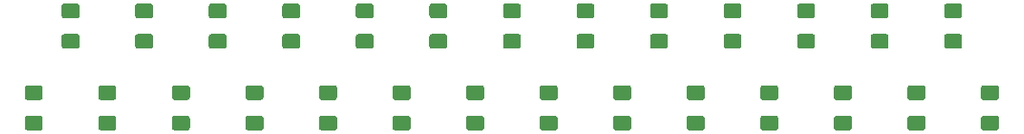
<source format=gtp>
G04 #@! TF.GenerationSoftware,KiCad,Pcbnew,(5.1.5-0)*
G04 #@! TF.CreationDate,2020-06-12T16:48:31+02:00*
G04 #@! TF.ProjectId,Divider1,44697669-6465-4723-912e-6b696361645f,rev?*
G04 #@! TF.SameCoordinates,Original*
G04 #@! TF.FileFunction,Paste,Top*
G04 #@! TF.FilePolarity,Positive*
%FSLAX46Y46*%
G04 Gerber Fmt 4.6, Leading zero omitted, Abs format (unit mm)*
G04 Created by KiCad (PCBNEW (5.1.5-0)) date 2020-06-12 16:48:31*
%MOMM*%
%LPD*%
G04 APERTURE LIST*
%ADD10C,0.100000*%
G04 APERTURE END LIST*
D10*
G36*
X51649504Y-77801204D02*
G01*
X51673773Y-77804804D01*
X51697571Y-77810765D01*
X51720671Y-77819030D01*
X51742849Y-77829520D01*
X51763893Y-77842133D01*
X51783598Y-77856747D01*
X51801777Y-77873223D01*
X51818253Y-77891402D01*
X51832867Y-77911107D01*
X51845480Y-77932151D01*
X51855970Y-77954329D01*
X51864235Y-77977429D01*
X51870196Y-78001227D01*
X51873796Y-78025496D01*
X51875000Y-78050000D01*
X51875000Y-78975000D01*
X51873796Y-78999504D01*
X51870196Y-79023773D01*
X51864235Y-79047571D01*
X51855970Y-79070671D01*
X51845480Y-79092849D01*
X51832867Y-79113893D01*
X51818253Y-79133598D01*
X51801777Y-79151777D01*
X51783598Y-79168253D01*
X51763893Y-79182867D01*
X51742849Y-79195480D01*
X51720671Y-79205970D01*
X51697571Y-79214235D01*
X51673773Y-79220196D01*
X51649504Y-79223796D01*
X51625000Y-79225000D01*
X50375000Y-79225000D01*
X50350496Y-79223796D01*
X50326227Y-79220196D01*
X50302429Y-79214235D01*
X50279329Y-79205970D01*
X50257151Y-79195480D01*
X50236107Y-79182867D01*
X50216402Y-79168253D01*
X50198223Y-79151777D01*
X50181747Y-79133598D01*
X50167133Y-79113893D01*
X50154520Y-79092849D01*
X50144030Y-79070671D01*
X50135765Y-79047571D01*
X50129804Y-79023773D01*
X50126204Y-78999504D01*
X50125000Y-78975000D01*
X50125000Y-78050000D01*
X50126204Y-78025496D01*
X50129804Y-78001227D01*
X50135765Y-77977429D01*
X50144030Y-77954329D01*
X50154520Y-77932151D01*
X50167133Y-77911107D01*
X50181747Y-77891402D01*
X50198223Y-77873223D01*
X50216402Y-77856747D01*
X50236107Y-77842133D01*
X50257151Y-77829520D01*
X50279329Y-77819030D01*
X50302429Y-77810765D01*
X50326227Y-77804804D01*
X50350496Y-77801204D01*
X50375000Y-77800000D01*
X51625000Y-77800000D01*
X51649504Y-77801204D01*
G37*
G36*
X51649504Y-80776204D02*
G01*
X51673773Y-80779804D01*
X51697571Y-80785765D01*
X51720671Y-80794030D01*
X51742849Y-80804520D01*
X51763893Y-80817133D01*
X51783598Y-80831747D01*
X51801777Y-80848223D01*
X51818253Y-80866402D01*
X51832867Y-80886107D01*
X51845480Y-80907151D01*
X51855970Y-80929329D01*
X51864235Y-80952429D01*
X51870196Y-80976227D01*
X51873796Y-81000496D01*
X51875000Y-81025000D01*
X51875000Y-81950000D01*
X51873796Y-81974504D01*
X51870196Y-81998773D01*
X51864235Y-82022571D01*
X51855970Y-82045671D01*
X51845480Y-82067849D01*
X51832867Y-82088893D01*
X51818253Y-82108598D01*
X51801777Y-82126777D01*
X51783598Y-82143253D01*
X51763893Y-82157867D01*
X51742849Y-82170480D01*
X51720671Y-82180970D01*
X51697571Y-82189235D01*
X51673773Y-82195196D01*
X51649504Y-82198796D01*
X51625000Y-82200000D01*
X50375000Y-82200000D01*
X50350496Y-82198796D01*
X50326227Y-82195196D01*
X50302429Y-82189235D01*
X50279329Y-82180970D01*
X50257151Y-82170480D01*
X50236107Y-82157867D01*
X50216402Y-82143253D01*
X50198223Y-82126777D01*
X50181747Y-82108598D01*
X50167133Y-82088893D01*
X50154520Y-82067849D01*
X50144030Y-82045671D01*
X50135765Y-82022571D01*
X50129804Y-81998773D01*
X50126204Y-81974504D01*
X50125000Y-81950000D01*
X50125000Y-81025000D01*
X50126204Y-81000496D01*
X50129804Y-80976227D01*
X50135765Y-80952429D01*
X50144030Y-80929329D01*
X50154520Y-80907151D01*
X50167133Y-80886107D01*
X50181747Y-80866402D01*
X50198223Y-80848223D01*
X50216402Y-80831747D01*
X50236107Y-80817133D01*
X50257151Y-80804520D01*
X50279329Y-80794030D01*
X50302429Y-80785765D01*
X50326227Y-80779804D01*
X50350496Y-80776204D01*
X50375000Y-80775000D01*
X51625000Y-80775000D01*
X51649504Y-80776204D01*
G37*
G36*
X145249504Y-77801204D02*
G01*
X145273773Y-77804804D01*
X145297571Y-77810765D01*
X145320671Y-77819030D01*
X145342849Y-77829520D01*
X145363893Y-77842133D01*
X145383598Y-77856747D01*
X145401777Y-77873223D01*
X145418253Y-77891402D01*
X145432867Y-77911107D01*
X145445480Y-77932151D01*
X145455970Y-77954329D01*
X145464235Y-77977429D01*
X145470196Y-78001227D01*
X145473796Y-78025496D01*
X145475000Y-78050000D01*
X145475000Y-78975000D01*
X145473796Y-78999504D01*
X145470196Y-79023773D01*
X145464235Y-79047571D01*
X145455970Y-79070671D01*
X145445480Y-79092849D01*
X145432867Y-79113893D01*
X145418253Y-79133598D01*
X145401777Y-79151777D01*
X145383598Y-79168253D01*
X145363893Y-79182867D01*
X145342849Y-79195480D01*
X145320671Y-79205970D01*
X145297571Y-79214235D01*
X145273773Y-79220196D01*
X145249504Y-79223796D01*
X145225000Y-79225000D01*
X143975000Y-79225000D01*
X143950496Y-79223796D01*
X143926227Y-79220196D01*
X143902429Y-79214235D01*
X143879329Y-79205970D01*
X143857151Y-79195480D01*
X143836107Y-79182867D01*
X143816402Y-79168253D01*
X143798223Y-79151777D01*
X143781747Y-79133598D01*
X143767133Y-79113893D01*
X143754520Y-79092849D01*
X143744030Y-79070671D01*
X143735765Y-79047571D01*
X143729804Y-79023773D01*
X143726204Y-78999504D01*
X143725000Y-78975000D01*
X143725000Y-78050000D01*
X143726204Y-78025496D01*
X143729804Y-78001227D01*
X143735765Y-77977429D01*
X143744030Y-77954329D01*
X143754520Y-77932151D01*
X143767133Y-77911107D01*
X143781747Y-77891402D01*
X143798223Y-77873223D01*
X143816402Y-77856747D01*
X143836107Y-77842133D01*
X143857151Y-77829520D01*
X143879329Y-77819030D01*
X143902429Y-77810765D01*
X143926227Y-77804804D01*
X143950496Y-77801204D01*
X143975000Y-77800000D01*
X145225000Y-77800000D01*
X145249504Y-77801204D01*
G37*
G36*
X145249504Y-80776204D02*
G01*
X145273773Y-80779804D01*
X145297571Y-80785765D01*
X145320671Y-80794030D01*
X145342849Y-80804520D01*
X145363893Y-80817133D01*
X145383598Y-80831747D01*
X145401777Y-80848223D01*
X145418253Y-80866402D01*
X145432867Y-80886107D01*
X145445480Y-80907151D01*
X145455970Y-80929329D01*
X145464235Y-80952429D01*
X145470196Y-80976227D01*
X145473796Y-81000496D01*
X145475000Y-81025000D01*
X145475000Y-81950000D01*
X145473796Y-81974504D01*
X145470196Y-81998773D01*
X145464235Y-82022571D01*
X145455970Y-82045671D01*
X145445480Y-82067849D01*
X145432867Y-82088893D01*
X145418253Y-82108598D01*
X145401777Y-82126777D01*
X145383598Y-82143253D01*
X145363893Y-82157867D01*
X145342849Y-82170480D01*
X145320671Y-82180970D01*
X145297571Y-82189235D01*
X145273773Y-82195196D01*
X145249504Y-82198796D01*
X145225000Y-82200000D01*
X143975000Y-82200000D01*
X143950496Y-82198796D01*
X143926227Y-82195196D01*
X143902429Y-82189235D01*
X143879329Y-82180970D01*
X143857151Y-82170480D01*
X143836107Y-82157867D01*
X143816402Y-82143253D01*
X143798223Y-82126777D01*
X143781747Y-82108598D01*
X143767133Y-82088893D01*
X143754520Y-82067849D01*
X143744030Y-82045671D01*
X143735765Y-82022571D01*
X143729804Y-81998773D01*
X143726204Y-81974504D01*
X143725000Y-81950000D01*
X143725000Y-81025000D01*
X143726204Y-81000496D01*
X143729804Y-80976227D01*
X143735765Y-80952429D01*
X143744030Y-80929329D01*
X143754520Y-80907151D01*
X143767133Y-80886107D01*
X143781747Y-80866402D01*
X143798223Y-80848223D01*
X143816402Y-80831747D01*
X143836107Y-80817133D01*
X143857151Y-80804520D01*
X143879329Y-80794030D01*
X143902429Y-80785765D01*
X143926227Y-80779804D01*
X143950496Y-80776204D01*
X143975000Y-80775000D01*
X145225000Y-80775000D01*
X145249504Y-80776204D01*
G37*
G36*
X138049504Y-77801204D02*
G01*
X138073773Y-77804804D01*
X138097571Y-77810765D01*
X138120671Y-77819030D01*
X138142849Y-77829520D01*
X138163893Y-77842133D01*
X138183598Y-77856747D01*
X138201777Y-77873223D01*
X138218253Y-77891402D01*
X138232867Y-77911107D01*
X138245480Y-77932151D01*
X138255970Y-77954329D01*
X138264235Y-77977429D01*
X138270196Y-78001227D01*
X138273796Y-78025496D01*
X138275000Y-78050000D01*
X138275000Y-78975000D01*
X138273796Y-78999504D01*
X138270196Y-79023773D01*
X138264235Y-79047571D01*
X138255970Y-79070671D01*
X138245480Y-79092849D01*
X138232867Y-79113893D01*
X138218253Y-79133598D01*
X138201777Y-79151777D01*
X138183598Y-79168253D01*
X138163893Y-79182867D01*
X138142849Y-79195480D01*
X138120671Y-79205970D01*
X138097571Y-79214235D01*
X138073773Y-79220196D01*
X138049504Y-79223796D01*
X138025000Y-79225000D01*
X136775000Y-79225000D01*
X136750496Y-79223796D01*
X136726227Y-79220196D01*
X136702429Y-79214235D01*
X136679329Y-79205970D01*
X136657151Y-79195480D01*
X136636107Y-79182867D01*
X136616402Y-79168253D01*
X136598223Y-79151777D01*
X136581747Y-79133598D01*
X136567133Y-79113893D01*
X136554520Y-79092849D01*
X136544030Y-79070671D01*
X136535765Y-79047571D01*
X136529804Y-79023773D01*
X136526204Y-78999504D01*
X136525000Y-78975000D01*
X136525000Y-78050000D01*
X136526204Y-78025496D01*
X136529804Y-78001227D01*
X136535765Y-77977429D01*
X136544030Y-77954329D01*
X136554520Y-77932151D01*
X136567133Y-77911107D01*
X136581747Y-77891402D01*
X136598223Y-77873223D01*
X136616402Y-77856747D01*
X136636107Y-77842133D01*
X136657151Y-77829520D01*
X136679329Y-77819030D01*
X136702429Y-77810765D01*
X136726227Y-77804804D01*
X136750496Y-77801204D01*
X136775000Y-77800000D01*
X138025000Y-77800000D01*
X138049504Y-77801204D01*
G37*
G36*
X138049504Y-80776204D02*
G01*
X138073773Y-80779804D01*
X138097571Y-80785765D01*
X138120671Y-80794030D01*
X138142849Y-80804520D01*
X138163893Y-80817133D01*
X138183598Y-80831747D01*
X138201777Y-80848223D01*
X138218253Y-80866402D01*
X138232867Y-80886107D01*
X138245480Y-80907151D01*
X138255970Y-80929329D01*
X138264235Y-80952429D01*
X138270196Y-80976227D01*
X138273796Y-81000496D01*
X138275000Y-81025000D01*
X138275000Y-81950000D01*
X138273796Y-81974504D01*
X138270196Y-81998773D01*
X138264235Y-82022571D01*
X138255970Y-82045671D01*
X138245480Y-82067849D01*
X138232867Y-82088893D01*
X138218253Y-82108598D01*
X138201777Y-82126777D01*
X138183598Y-82143253D01*
X138163893Y-82157867D01*
X138142849Y-82170480D01*
X138120671Y-82180970D01*
X138097571Y-82189235D01*
X138073773Y-82195196D01*
X138049504Y-82198796D01*
X138025000Y-82200000D01*
X136775000Y-82200000D01*
X136750496Y-82198796D01*
X136726227Y-82195196D01*
X136702429Y-82189235D01*
X136679329Y-82180970D01*
X136657151Y-82170480D01*
X136636107Y-82157867D01*
X136616402Y-82143253D01*
X136598223Y-82126777D01*
X136581747Y-82108598D01*
X136567133Y-82088893D01*
X136554520Y-82067849D01*
X136544030Y-82045671D01*
X136535765Y-82022571D01*
X136529804Y-81998773D01*
X136526204Y-81974504D01*
X136525000Y-81950000D01*
X136525000Y-81025000D01*
X136526204Y-81000496D01*
X136529804Y-80976227D01*
X136535765Y-80952429D01*
X136544030Y-80929329D01*
X136554520Y-80907151D01*
X136567133Y-80886107D01*
X136581747Y-80866402D01*
X136598223Y-80848223D01*
X136616402Y-80831747D01*
X136636107Y-80817133D01*
X136657151Y-80804520D01*
X136679329Y-80794030D01*
X136702429Y-80785765D01*
X136726227Y-80779804D01*
X136750496Y-80776204D01*
X136775000Y-80775000D01*
X138025000Y-80775000D01*
X138049504Y-80776204D01*
G37*
G36*
X130849504Y-77801204D02*
G01*
X130873773Y-77804804D01*
X130897571Y-77810765D01*
X130920671Y-77819030D01*
X130942849Y-77829520D01*
X130963893Y-77842133D01*
X130983598Y-77856747D01*
X131001777Y-77873223D01*
X131018253Y-77891402D01*
X131032867Y-77911107D01*
X131045480Y-77932151D01*
X131055970Y-77954329D01*
X131064235Y-77977429D01*
X131070196Y-78001227D01*
X131073796Y-78025496D01*
X131075000Y-78050000D01*
X131075000Y-78975000D01*
X131073796Y-78999504D01*
X131070196Y-79023773D01*
X131064235Y-79047571D01*
X131055970Y-79070671D01*
X131045480Y-79092849D01*
X131032867Y-79113893D01*
X131018253Y-79133598D01*
X131001777Y-79151777D01*
X130983598Y-79168253D01*
X130963893Y-79182867D01*
X130942849Y-79195480D01*
X130920671Y-79205970D01*
X130897571Y-79214235D01*
X130873773Y-79220196D01*
X130849504Y-79223796D01*
X130825000Y-79225000D01*
X129575000Y-79225000D01*
X129550496Y-79223796D01*
X129526227Y-79220196D01*
X129502429Y-79214235D01*
X129479329Y-79205970D01*
X129457151Y-79195480D01*
X129436107Y-79182867D01*
X129416402Y-79168253D01*
X129398223Y-79151777D01*
X129381747Y-79133598D01*
X129367133Y-79113893D01*
X129354520Y-79092849D01*
X129344030Y-79070671D01*
X129335765Y-79047571D01*
X129329804Y-79023773D01*
X129326204Y-78999504D01*
X129325000Y-78975000D01*
X129325000Y-78050000D01*
X129326204Y-78025496D01*
X129329804Y-78001227D01*
X129335765Y-77977429D01*
X129344030Y-77954329D01*
X129354520Y-77932151D01*
X129367133Y-77911107D01*
X129381747Y-77891402D01*
X129398223Y-77873223D01*
X129416402Y-77856747D01*
X129436107Y-77842133D01*
X129457151Y-77829520D01*
X129479329Y-77819030D01*
X129502429Y-77810765D01*
X129526227Y-77804804D01*
X129550496Y-77801204D01*
X129575000Y-77800000D01*
X130825000Y-77800000D01*
X130849504Y-77801204D01*
G37*
G36*
X130849504Y-80776204D02*
G01*
X130873773Y-80779804D01*
X130897571Y-80785765D01*
X130920671Y-80794030D01*
X130942849Y-80804520D01*
X130963893Y-80817133D01*
X130983598Y-80831747D01*
X131001777Y-80848223D01*
X131018253Y-80866402D01*
X131032867Y-80886107D01*
X131045480Y-80907151D01*
X131055970Y-80929329D01*
X131064235Y-80952429D01*
X131070196Y-80976227D01*
X131073796Y-81000496D01*
X131075000Y-81025000D01*
X131075000Y-81950000D01*
X131073796Y-81974504D01*
X131070196Y-81998773D01*
X131064235Y-82022571D01*
X131055970Y-82045671D01*
X131045480Y-82067849D01*
X131032867Y-82088893D01*
X131018253Y-82108598D01*
X131001777Y-82126777D01*
X130983598Y-82143253D01*
X130963893Y-82157867D01*
X130942849Y-82170480D01*
X130920671Y-82180970D01*
X130897571Y-82189235D01*
X130873773Y-82195196D01*
X130849504Y-82198796D01*
X130825000Y-82200000D01*
X129575000Y-82200000D01*
X129550496Y-82198796D01*
X129526227Y-82195196D01*
X129502429Y-82189235D01*
X129479329Y-82180970D01*
X129457151Y-82170480D01*
X129436107Y-82157867D01*
X129416402Y-82143253D01*
X129398223Y-82126777D01*
X129381747Y-82108598D01*
X129367133Y-82088893D01*
X129354520Y-82067849D01*
X129344030Y-82045671D01*
X129335765Y-82022571D01*
X129329804Y-81998773D01*
X129326204Y-81974504D01*
X129325000Y-81950000D01*
X129325000Y-81025000D01*
X129326204Y-81000496D01*
X129329804Y-80976227D01*
X129335765Y-80952429D01*
X129344030Y-80929329D01*
X129354520Y-80907151D01*
X129367133Y-80886107D01*
X129381747Y-80866402D01*
X129398223Y-80848223D01*
X129416402Y-80831747D01*
X129436107Y-80817133D01*
X129457151Y-80804520D01*
X129479329Y-80794030D01*
X129502429Y-80785765D01*
X129526227Y-80779804D01*
X129550496Y-80776204D01*
X129575000Y-80775000D01*
X130825000Y-80775000D01*
X130849504Y-80776204D01*
G37*
G36*
X123649504Y-77801204D02*
G01*
X123673773Y-77804804D01*
X123697571Y-77810765D01*
X123720671Y-77819030D01*
X123742849Y-77829520D01*
X123763893Y-77842133D01*
X123783598Y-77856747D01*
X123801777Y-77873223D01*
X123818253Y-77891402D01*
X123832867Y-77911107D01*
X123845480Y-77932151D01*
X123855970Y-77954329D01*
X123864235Y-77977429D01*
X123870196Y-78001227D01*
X123873796Y-78025496D01*
X123875000Y-78050000D01*
X123875000Y-78975000D01*
X123873796Y-78999504D01*
X123870196Y-79023773D01*
X123864235Y-79047571D01*
X123855970Y-79070671D01*
X123845480Y-79092849D01*
X123832867Y-79113893D01*
X123818253Y-79133598D01*
X123801777Y-79151777D01*
X123783598Y-79168253D01*
X123763893Y-79182867D01*
X123742849Y-79195480D01*
X123720671Y-79205970D01*
X123697571Y-79214235D01*
X123673773Y-79220196D01*
X123649504Y-79223796D01*
X123625000Y-79225000D01*
X122375000Y-79225000D01*
X122350496Y-79223796D01*
X122326227Y-79220196D01*
X122302429Y-79214235D01*
X122279329Y-79205970D01*
X122257151Y-79195480D01*
X122236107Y-79182867D01*
X122216402Y-79168253D01*
X122198223Y-79151777D01*
X122181747Y-79133598D01*
X122167133Y-79113893D01*
X122154520Y-79092849D01*
X122144030Y-79070671D01*
X122135765Y-79047571D01*
X122129804Y-79023773D01*
X122126204Y-78999504D01*
X122125000Y-78975000D01*
X122125000Y-78050000D01*
X122126204Y-78025496D01*
X122129804Y-78001227D01*
X122135765Y-77977429D01*
X122144030Y-77954329D01*
X122154520Y-77932151D01*
X122167133Y-77911107D01*
X122181747Y-77891402D01*
X122198223Y-77873223D01*
X122216402Y-77856747D01*
X122236107Y-77842133D01*
X122257151Y-77829520D01*
X122279329Y-77819030D01*
X122302429Y-77810765D01*
X122326227Y-77804804D01*
X122350496Y-77801204D01*
X122375000Y-77800000D01*
X123625000Y-77800000D01*
X123649504Y-77801204D01*
G37*
G36*
X123649504Y-80776204D02*
G01*
X123673773Y-80779804D01*
X123697571Y-80785765D01*
X123720671Y-80794030D01*
X123742849Y-80804520D01*
X123763893Y-80817133D01*
X123783598Y-80831747D01*
X123801777Y-80848223D01*
X123818253Y-80866402D01*
X123832867Y-80886107D01*
X123845480Y-80907151D01*
X123855970Y-80929329D01*
X123864235Y-80952429D01*
X123870196Y-80976227D01*
X123873796Y-81000496D01*
X123875000Y-81025000D01*
X123875000Y-81950000D01*
X123873796Y-81974504D01*
X123870196Y-81998773D01*
X123864235Y-82022571D01*
X123855970Y-82045671D01*
X123845480Y-82067849D01*
X123832867Y-82088893D01*
X123818253Y-82108598D01*
X123801777Y-82126777D01*
X123783598Y-82143253D01*
X123763893Y-82157867D01*
X123742849Y-82170480D01*
X123720671Y-82180970D01*
X123697571Y-82189235D01*
X123673773Y-82195196D01*
X123649504Y-82198796D01*
X123625000Y-82200000D01*
X122375000Y-82200000D01*
X122350496Y-82198796D01*
X122326227Y-82195196D01*
X122302429Y-82189235D01*
X122279329Y-82180970D01*
X122257151Y-82170480D01*
X122236107Y-82157867D01*
X122216402Y-82143253D01*
X122198223Y-82126777D01*
X122181747Y-82108598D01*
X122167133Y-82088893D01*
X122154520Y-82067849D01*
X122144030Y-82045671D01*
X122135765Y-82022571D01*
X122129804Y-81998773D01*
X122126204Y-81974504D01*
X122125000Y-81950000D01*
X122125000Y-81025000D01*
X122126204Y-81000496D01*
X122129804Y-80976227D01*
X122135765Y-80952429D01*
X122144030Y-80929329D01*
X122154520Y-80907151D01*
X122167133Y-80886107D01*
X122181747Y-80866402D01*
X122198223Y-80848223D01*
X122216402Y-80831747D01*
X122236107Y-80817133D01*
X122257151Y-80804520D01*
X122279329Y-80794030D01*
X122302429Y-80785765D01*
X122326227Y-80779804D01*
X122350496Y-80776204D01*
X122375000Y-80775000D01*
X123625000Y-80775000D01*
X123649504Y-80776204D01*
G37*
G36*
X116449504Y-77801204D02*
G01*
X116473773Y-77804804D01*
X116497571Y-77810765D01*
X116520671Y-77819030D01*
X116542849Y-77829520D01*
X116563893Y-77842133D01*
X116583598Y-77856747D01*
X116601777Y-77873223D01*
X116618253Y-77891402D01*
X116632867Y-77911107D01*
X116645480Y-77932151D01*
X116655970Y-77954329D01*
X116664235Y-77977429D01*
X116670196Y-78001227D01*
X116673796Y-78025496D01*
X116675000Y-78050000D01*
X116675000Y-78975000D01*
X116673796Y-78999504D01*
X116670196Y-79023773D01*
X116664235Y-79047571D01*
X116655970Y-79070671D01*
X116645480Y-79092849D01*
X116632867Y-79113893D01*
X116618253Y-79133598D01*
X116601777Y-79151777D01*
X116583598Y-79168253D01*
X116563893Y-79182867D01*
X116542849Y-79195480D01*
X116520671Y-79205970D01*
X116497571Y-79214235D01*
X116473773Y-79220196D01*
X116449504Y-79223796D01*
X116425000Y-79225000D01*
X115175000Y-79225000D01*
X115150496Y-79223796D01*
X115126227Y-79220196D01*
X115102429Y-79214235D01*
X115079329Y-79205970D01*
X115057151Y-79195480D01*
X115036107Y-79182867D01*
X115016402Y-79168253D01*
X114998223Y-79151777D01*
X114981747Y-79133598D01*
X114967133Y-79113893D01*
X114954520Y-79092849D01*
X114944030Y-79070671D01*
X114935765Y-79047571D01*
X114929804Y-79023773D01*
X114926204Y-78999504D01*
X114925000Y-78975000D01*
X114925000Y-78050000D01*
X114926204Y-78025496D01*
X114929804Y-78001227D01*
X114935765Y-77977429D01*
X114944030Y-77954329D01*
X114954520Y-77932151D01*
X114967133Y-77911107D01*
X114981747Y-77891402D01*
X114998223Y-77873223D01*
X115016402Y-77856747D01*
X115036107Y-77842133D01*
X115057151Y-77829520D01*
X115079329Y-77819030D01*
X115102429Y-77810765D01*
X115126227Y-77804804D01*
X115150496Y-77801204D01*
X115175000Y-77800000D01*
X116425000Y-77800000D01*
X116449504Y-77801204D01*
G37*
G36*
X116449504Y-80776204D02*
G01*
X116473773Y-80779804D01*
X116497571Y-80785765D01*
X116520671Y-80794030D01*
X116542849Y-80804520D01*
X116563893Y-80817133D01*
X116583598Y-80831747D01*
X116601777Y-80848223D01*
X116618253Y-80866402D01*
X116632867Y-80886107D01*
X116645480Y-80907151D01*
X116655970Y-80929329D01*
X116664235Y-80952429D01*
X116670196Y-80976227D01*
X116673796Y-81000496D01*
X116675000Y-81025000D01*
X116675000Y-81950000D01*
X116673796Y-81974504D01*
X116670196Y-81998773D01*
X116664235Y-82022571D01*
X116655970Y-82045671D01*
X116645480Y-82067849D01*
X116632867Y-82088893D01*
X116618253Y-82108598D01*
X116601777Y-82126777D01*
X116583598Y-82143253D01*
X116563893Y-82157867D01*
X116542849Y-82170480D01*
X116520671Y-82180970D01*
X116497571Y-82189235D01*
X116473773Y-82195196D01*
X116449504Y-82198796D01*
X116425000Y-82200000D01*
X115175000Y-82200000D01*
X115150496Y-82198796D01*
X115126227Y-82195196D01*
X115102429Y-82189235D01*
X115079329Y-82180970D01*
X115057151Y-82170480D01*
X115036107Y-82157867D01*
X115016402Y-82143253D01*
X114998223Y-82126777D01*
X114981747Y-82108598D01*
X114967133Y-82088893D01*
X114954520Y-82067849D01*
X114944030Y-82045671D01*
X114935765Y-82022571D01*
X114929804Y-81998773D01*
X114926204Y-81974504D01*
X114925000Y-81950000D01*
X114925000Y-81025000D01*
X114926204Y-81000496D01*
X114929804Y-80976227D01*
X114935765Y-80952429D01*
X114944030Y-80929329D01*
X114954520Y-80907151D01*
X114967133Y-80886107D01*
X114981747Y-80866402D01*
X114998223Y-80848223D01*
X115016402Y-80831747D01*
X115036107Y-80817133D01*
X115057151Y-80804520D01*
X115079329Y-80794030D01*
X115102429Y-80785765D01*
X115126227Y-80779804D01*
X115150496Y-80776204D01*
X115175000Y-80775000D01*
X116425000Y-80775000D01*
X116449504Y-80776204D01*
G37*
G36*
X109249504Y-77801204D02*
G01*
X109273773Y-77804804D01*
X109297571Y-77810765D01*
X109320671Y-77819030D01*
X109342849Y-77829520D01*
X109363893Y-77842133D01*
X109383598Y-77856747D01*
X109401777Y-77873223D01*
X109418253Y-77891402D01*
X109432867Y-77911107D01*
X109445480Y-77932151D01*
X109455970Y-77954329D01*
X109464235Y-77977429D01*
X109470196Y-78001227D01*
X109473796Y-78025496D01*
X109475000Y-78050000D01*
X109475000Y-78975000D01*
X109473796Y-78999504D01*
X109470196Y-79023773D01*
X109464235Y-79047571D01*
X109455970Y-79070671D01*
X109445480Y-79092849D01*
X109432867Y-79113893D01*
X109418253Y-79133598D01*
X109401777Y-79151777D01*
X109383598Y-79168253D01*
X109363893Y-79182867D01*
X109342849Y-79195480D01*
X109320671Y-79205970D01*
X109297571Y-79214235D01*
X109273773Y-79220196D01*
X109249504Y-79223796D01*
X109225000Y-79225000D01*
X107975000Y-79225000D01*
X107950496Y-79223796D01*
X107926227Y-79220196D01*
X107902429Y-79214235D01*
X107879329Y-79205970D01*
X107857151Y-79195480D01*
X107836107Y-79182867D01*
X107816402Y-79168253D01*
X107798223Y-79151777D01*
X107781747Y-79133598D01*
X107767133Y-79113893D01*
X107754520Y-79092849D01*
X107744030Y-79070671D01*
X107735765Y-79047571D01*
X107729804Y-79023773D01*
X107726204Y-78999504D01*
X107725000Y-78975000D01*
X107725000Y-78050000D01*
X107726204Y-78025496D01*
X107729804Y-78001227D01*
X107735765Y-77977429D01*
X107744030Y-77954329D01*
X107754520Y-77932151D01*
X107767133Y-77911107D01*
X107781747Y-77891402D01*
X107798223Y-77873223D01*
X107816402Y-77856747D01*
X107836107Y-77842133D01*
X107857151Y-77829520D01*
X107879329Y-77819030D01*
X107902429Y-77810765D01*
X107926227Y-77804804D01*
X107950496Y-77801204D01*
X107975000Y-77800000D01*
X109225000Y-77800000D01*
X109249504Y-77801204D01*
G37*
G36*
X109249504Y-80776204D02*
G01*
X109273773Y-80779804D01*
X109297571Y-80785765D01*
X109320671Y-80794030D01*
X109342849Y-80804520D01*
X109363893Y-80817133D01*
X109383598Y-80831747D01*
X109401777Y-80848223D01*
X109418253Y-80866402D01*
X109432867Y-80886107D01*
X109445480Y-80907151D01*
X109455970Y-80929329D01*
X109464235Y-80952429D01*
X109470196Y-80976227D01*
X109473796Y-81000496D01*
X109475000Y-81025000D01*
X109475000Y-81950000D01*
X109473796Y-81974504D01*
X109470196Y-81998773D01*
X109464235Y-82022571D01*
X109455970Y-82045671D01*
X109445480Y-82067849D01*
X109432867Y-82088893D01*
X109418253Y-82108598D01*
X109401777Y-82126777D01*
X109383598Y-82143253D01*
X109363893Y-82157867D01*
X109342849Y-82170480D01*
X109320671Y-82180970D01*
X109297571Y-82189235D01*
X109273773Y-82195196D01*
X109249504Y-82198796D01*
X109225000Y-82200000D01*
X107975000Y-82200000D01*
X107950496Y-82198796D01*
X107926227Y-82195196D01*
X107902429Y-82189235D01*
X107879329Y-82180970D01*
X107857151Y-82170480D01*
X107836107Y-82157867D01*
X107816402Y-82143253D01*
X107798223Y-82126777D01*
X107781747Y-82108598D01*
X107767133Y-82088893D01*
X107754520Y-82067849D01*
X107744030Y-82045671D01*
X107735765Y-82022571D01*
X107729804Y-81998773D01*
X107726204Y-81974504D01*
X107725000Y-81950000D01*
X107725000Y-81025000D01*
X107726204Y-81000496D01*
X107729804Y-80976227D01*
X107735765Y-80952429D01*
X107744030Y-80929329D01*
X107754520Y-80907151D01*
X107767133Y-80886107D01*
X107781747Y-80866402D01*
X107798223Y-80848223D01*
X107816402Y-80831747D01*
X107836107Y-80817133D01*
X107857151Y-80804520D01*
X107879329Y-80794030D01*
X107902429Y-80785765D01*
X107926227Y-80779804D01*
X107950496Y-80776204D01*
X107975000Y-80775000D01*
X109225000Y-80775000D01*
X109249504Y-80776204D01*
G37*
G36*
X102049504Y-77801204D02*
G01*
X102073773Y-77804804D01*
X102097571Y-77810765D01*
X102120671Y-77819030D01*
X102142849Y-77829520D01*
X102163893Y-77842133D01*
X102183598Y-77856747D01*
X102201777Y-77873223D01*
X102218253Y-77891402D01*
X102232867Y-77911107D01*
X102245480Y-77932151D01*
X102255970Y-77954329D01*
X102264235Y-77977429D01*
X102270196Y-78001227D01*
X102273796Y-78025496D01*
X102275000Y-78050000D01*
X102275000Y-78975000D01*
X102273796Y-78999504D01*
X102270196Y-79023773D01*
X102264235Y-79047571D01*
X102255970Y-79070671D01*
X102245480Y-79092849D01*
X102232867Y-79113893D01*
X102218253Y-79133598D01*
X102201777Y-79151777D01*
X102183598Y-79168253D01*
X102163893Y-79182867D01*
X102142849Y-79195480D01*
X102120671Y-79205970D01*
X102097571Y-79214235D01*
X102073773Y-79220196D01*
X102049504Y-79223796D01*
X102025000Y-79225000D01*
X100775000Y-79225000D01*
X100750496Y-79223796D01*
X100726227Y-79220196D01*
X100702429Y-79214235D01*
X100679329Y-79205970D01*
X100657151Y-79195480D01*
X100636107Y-79182867D01*
X100616402Y-79168253D01*
X100598223Y-79151777D01*
X100581747Y-79133598D01*
X100567133Y-79113893D01*
X100554520Y-79092849D01*
X100544030Y-79070671D01*
X100535765Y-79047571D01*
X100529804Y-79023773D01*
X100526204Y-78999504D01*
X100525000Y-78975000D01*
X100525000Y-78050000D01*
X100526204Y-78025496D01*
X100529804Y-78001227D01*
X100535765Y-77977429D01*
X100544030Y-77954329D01*
X100554520Y-77932151D01*
X100567133Y-77911107D01*
X100581747Y-77891402D01*
X100598223Y-77873223D01*
X100616402Y-77856747D01*
X100636107Y-77842133D01*
X100657151Y-77829520D01*
X100679329Y-77819030D01*
X100702429Y-77810765D01*
X100726227Y-77804804D01*
X100750496Y-77801204D01*
X100775000Y-77800000D01*
X102025000Y-77800000D01*
X102049504Y-77801204D01*
G37*
G36*
X102049504Y-80776204D02*
G01*
X102073773Y-80779804D01*
X102097571Y-80785765D01*
X102120671Y-80794030D01*
X102142849Y-80804520D01*
X102163893Y-80817133D01*
X102183598Y-80831747D01*
X102201777Y-80848223D01*
X102218253Y-80866402D01*
X102232867Y-80886107D01*
X102245480Y-80907151D01*
X102255970Y-80929329D01*
X102264235Y-80952429D01*
X102270196Y-80976227D01*
X102273796Y-81000496D01*
X102275000Y-81025000D01*
X102275000Y-81950000D01*
X102273796Y-81974504D01*
X102270196Y-81998773D01*
X102264235Y-82022571D01*
X102255970Y-82045671D01*
X102245480Y-82067849D01*
X102232867Y-82088893D01*
X102218253Y-82108598D01*
X102201777Y-82126777D01*
X102183598Y-82143253D01*
X102163893Y-82157867D01*
X102142849Y-82170480D01*
X102120671Y-82180970D01*
X102097571Y-82189235D01*
X102073773Y-82195196D01*
X102049504Y-82198796D01*
X102025000Y-82200000D01*
X100775000Y-82200000D01*
X100750496Y-82198796D01*
X100726227Y-82195196D01*
X100702429Y-82189235D01*
X100679329Y-82180970D01*
X100657151Y-82170480D01*
X100636107Y-82157867D01*
X100616402Y-82143253D01*
X100598223Y-82126777D01*
X100581747Y-82108598D01*
X100567133Y-82088893D01*
X100554520Y-82067849D01*
X100544030Y-82045671D01*
X100535765Y-82022571D01*
X100529804Y-81998773D01*
X100526204Y-81974504D01*
X100525000Y-81950000D01*
X100525000Y-81025000D01*
X100526204Y-81000496D01*
X100529804Y-80976227D01*
X100535765Y-80952429D01*
X100544030Y-80929329D01*
X100554520Y-80907151D01*
X100567133Y-80886107D01*
X100581747Y-80866402D01*
X100598223Y-80848223D01*
X100616402Y-80831747D01*
X100636107Y-80817133D01*
X100657151Y-80804520D01*
X100679329Y-80794030D01*
X100702429Y-80785765D01*
X100726227Y-80779804D01*
X100750496Y-80776204D01*
X100775000Y-80775000D01*
X102025000Y-80775000D01*
X102049504Y-80776204D01*
G37*
G36*
X94849504Y-77801204D02*
G01*
X94873773Y-77804804D01*
X94897571Y-77810765D01*
X94920671Y-77819030D01*
X94942849Y-77829520D01*
X94963893Y-77842133D01*
X94983598Y-77856747D01*
X95001777Y-77873223D01*
X95018253Y-77891402D01*
X95032867Y-77911107D01*
X95045480Y-77932151D01*
X95055970Y-77954329D01*
X95064235Y-77977429D01*
X95070196Y-78001227D01*
X95073796Y-78025496D01*
X95075000Y-78050000D01*
X95075000Y-78975000D01*
X95073796Y-78999504D01*
X95070196Y-79023773D01*
X95064235Y-79047571D01*
X95055970Y-79070671D01*
X95045480Y-79092849D01*
X95032867Y-79113893D01*
X95018253Y-79133598D01*
X95001777Y-79151777D01*
X94983598Y-79168253D01*
X94963893Y-79182867D01*
X94942849Y-79195480D01*
X94920671Y-79205970D01*
X94897571Y-79214235D01*
X94873773Y-79220196D01*
X94849504Y-79223796D01*
X94825000Y-79225000D01*
X93575000Y-79225000D01*
X93550496Y-79223796D01*
X93526227Y-79220196D01*
X93502429Y-79214235D01*
X93479329Y-79205970D01*
X93457151Y-79195480D01*
X93436107Y-79182867D01*
X93416402Y-79168253D01*
X93398223Y-79151777D01*
X93381747Y-79133598D01*
X93367133Y-79113893D01*
X93354520Y-79092849D01*
X93344030Y-79070671D01*
X93335765Y-79047571D01*
X93329804Y-79023773D01*
X93326204Y-78999504D01*
X93325000Y-78975000D01*
X93325000Y-78050000D01*
X93326204Y-78025496D01*
X93329804Y-78001227D01*
X93335765Y-77977429D01*
X93344030Y-77954329D01*
X93354520Y-77932151D01*
X93367133Y-77911107D01*
X93381747Y-77891402D01*
X93398223Y-77873223D01*
X93416402Y-77856747D01*
X93436107Y-77842133D01*
X93457151Y-77829520D01*
X93479329Y-77819030D01*
X93502429Y-77810765D01*
X93526227Y-77804804D01*
X93550496Y-77801204D01*
X93575000Y-77800000D01*
X94825000Y-77800000D01*
X94849504Y-77801204D01*
G37*
G36*
X94849504Y-80776204D02*
G01*
X94873773Y-80779804D01*
X94897571Y-80785765D01*
X94920671Y-80794030D01*
X94942849Y-80804520D01*
X94963893Y-80817133D01*
X94983598Y-80831747D01*
X95001777Y-80848223D01*
X95018253Y-80866402D01*
X95032867Y-80886107D01*
X95045480Y-80907151D01*
X95055970Y-80929329D01*
X95064235Y-80952429D01*
X95070196Y-80976227D01*
X95073796Y-81000496D01*
X95075000Y-81025000D01*
X95075000Y-81950000D01*
X95073796Y-81974504D01*
X95070196Y-81998773D01*
X95064235Y-82022571D01*
X95055970Y-82045671D01*
X95045480Y-82067849D01*
X95032867Y-82088893D01*
X95018253Y-82108598D01*
X95001777Y-82126777D01*
X94983598Y-82143253D01*
X94963893Y-82157867D01*
X94942849Y-82170480D01*
X94920671Y-82180970D01*
X94897571Y-82189235D01*
X94873773Y-82195196D01*
X94849504Y-82198796D01*
X94825000Y-82200000D01*
X93575000Y-82200000D01*
X93550496Y-82198796D01*
X93526227Y-82195196D01*
X93502429Y-82189235D01*
X93479329Y-82180970D01*
X93457151Y-82170480D01*
X93436107Y-82157867D01*
X93416402Y-82143253D01*
X93398223Y-82126777D01*
X93381747Y-82108598D01*
X93367133Y-82088893D01*
X93354520Y-82067849D01*
X93344030Y-82045671D01*
X93335765Y-82022571D01*
X93329804Y-81998773D01*
X93326204Y-81974504D01*
X93325000Y-81950000D01*
X93325000Y-81025000D01*
X93326204Y-81000496D01*
X93329804Y-80976227D01*
X93335765Y-80952429D01*
X93344030Y-80929329D01*
X93354520Y-80907151D01*
X93367133Y-80886107D01*
X93381747Y-80866402D01*
X93398223Y-80848223D01*
X93416402Y-80831747D01*
X93436107Y-80817133D01*
X93457151Y-80804520D01*
X93479329Y-80794030D01*
X93502429Y-80785765D01*
X93526227Y-80779804D01*
X93550496Y-80776204D01*
X93575000Y-80775000D01*
X94825000Y-80775000D01*
X94849504Y-80776204D01*
G37*
G36*
X87649504Y-77801204D02*
G01*
X87673773Y-77804804D01*
X87697571Y-77810765D01*
X87720671Y-77819030D01*
X87742849Y-77829520D01*
X87763893Y-77842133D01*
X87783598Y-77856747D01*
X87801777Y-77873223D01*
X87818253Y-77891402D01*
X87832867Y-77911107D01*
X87845480Y-77932151D01*
X87855970Y-77954329D01*
X87864235Y-77977429D01*
X87870196Y-78001227D01*
X87873796Y-78025496D01*
X87875000Y-78050000D01*
X87875000Y-78975000D01*
X87873796Y-78999504D01*
X87870196Y-79023773D01*
X87864235Y-79047571D01*
X87855970Y-79070671D01*
X87845480Y-79092849D01*
X87832867Y-79113893D01*
X87818253Y-79133598D01*
X87801777Y-79151777D01*
X87783598Y-79168253D01*
X87763893Y-79182867D01*
X87742849Y-79195480D01*
X87720671Y-79205970D01*
X87697571Y-79214235D01*
X87673773Y-79220196D01*
X87649504Y-79223796D01*
X87625000Y-79225000D01*
X86375000Y-79225000D01*
X86350496Y-79223796D01*
X86326227Y-79220196D01*
X86302429Y-79214235D01*
X86279329Y-79205970D01*
X86257151Y-79195480D01*
X86236107Y-79182867D01*
X86216402Y-79168253D01*
X86198223Y-79151777D01*
X86181747Y-79133598D01*
X86167133Y-79113893D01*
X86154520Y-79092849D01*
X86144030Y-79070671D01*
X86135765Y-79047571D01*
X86129804Y-79023773D01*
X86126204Y-78999504D01*
X86125000Y-78975000D01*
X86125000Y-78050000D01*
X86126204Y-78025496D01*
X86129804Y-78001227D01*
X86135765Y-77977429D01*
X86144030Y-77954329D01*
X86154520Y-77932151D01*
X86167133Y-77911107D01*
X86181747Y-77891402D01*
X86198223Y-77873223D01*
X86216402Y-77856747D01*
X86236107Y-77842133D01*
X86257151Y-77829520D01*
X86279329Y-77819030D01*
X86302429Y-77810765D01*
X86326227Y-77804804D01*
X86350496Y-77801204D01*
X86375000Y-77800000D01*
X87625000Y-77800000D01*
X87649504Y-77801204D01*
G37*
G36*
X87649504Y-80776204D02*
G01*
X87673773Y-80779804D01*
X87697571Y-80785765D01*
X87720671Y-80794030D01*
X87742849Y-80804520D01*
X87763893Y-80817133D01*
X87783598Y-80831747D01*
X87801777Y-80848223D01*
X87818253Y-80866402D01*
X87832867Y-80886107D01*
X87845480Y-80907151D01*
X87855970Y-80929329D01*
X87864235Y-80952429D01*
X87870196Y-80976227D01*
X87873796Y-81000496D01*
X87875000Y-81025000D01*
X87875000Y-81950000D01*
X87873796Y-81974504D01*
X87870196Y-81998773D01*
X87864235Y-82022571D01*
X87855970Y-82045671D01*
X87845480Y-82067849D01*
X87832867Y-82088893D01*
X87818253Y-82108598D01*
X87801777Y-82126777D01*
X87783598Y-82143253D01*
X87763893Y-82157867D01*
X87742849Y-82170480D01*
X87720671Y-82180970D01*
X87697571Y-82189235D01*
X87673773Y-82195196D01*
X87649504Y-82198796D01*
X87625000Y-82200000D01*
X86375000Y-82200000D01*
X86350496Y-82198796D01*
X86326227Y-82195196D01*
X86302429Y-82189235D01*
X86279329Y-82180970D01*
X86257151Y-82170480D01*
X86236107Y-82157867D01*
X86216402Y-82143253D01*
X86198223Y-82126777D01*
X86181747Y-82108598D01*
X86167133Y-82088893D01*
X86154520Y-82067849D01*
X86144030Y-82045671D01*
X86135765Y-82022571D01*
X86129804Y-81998773D01*
X86126204Y-81974504D01*
X86125000Y-81950000D01*
X86125000Y-81025000D01*
X86126204Y-81000496D01*
X86129804Y-80976227D01*
X86135765Y-80952429D01*
X86144030Y-80929329D01*
X86154520Y-80907151D01*
X86167133Y-80886107D01*
X86181747Y-80866402D01*
X86198223Y-80848223D01*
X86216402Y-80831747D01*
X86236107Y-80817133D01*
X86257151Y-80804520D01*
X86279329Y-80794030D01*
X86302429Y-80785765D01*
X86326227Y-80779804D01*
X86350496Y-80776204D01*
X86375000Y-80775000D01*
X87625000Y-80775000D01*
X87649504Y-80776204D01*
G37*
G36*
X80449504Y-77801204D02*
G01*
X80473773Y-77804804D01*
X80497571Y-77810765D01*
X80520671Y-77819030D01*
X80542849Y-77829520D01*
X80563893Y-77842133D01*
X80583598Y-77856747D01*
X80601777Y-77873223D01*
X80618253Y-77891402D01*
X80632867Y-77911107D01*
X80645480Y-77932151D01*
X80655970Y-77954329D01*
X80664235Y-77977429D01*
X80670196Y-78001227D01*
X80673796Y-78025496D01*
X80675000Y-78050000D01*
X80675000Y-78975000D01*
X80673796Y-78999504D01*
X80670196Y-79023773D01*
X80664235Y-79047571D01*
X80655970Y-79070671D01*
X80645480Y-79092849D01*
X80632867Y-79113893D01*
X80618253Y-79133598D01*
X80601777Y-79151777D01*
X80583598Y-79168253D01*
X80563893Y-79182867D01*
X80542849Y-79195480D01*
X80520671Y-79205970D01*
X80497571Y-79214235D01*
X80473773Y-79220196D01*
X80449504Y-79223796D01*
X80425000Y-79225000D01*
X79175000Y-79225000D01*
X79150496Y-79223796D01*
X79126227Y-79220196D01*
X79102429Y-79214235D01*
X79079329Y-79205970D01*
X79057151Y-79195480D01*
X79036107Y-79182867D01*
X79016402Y-79168253D01*
X78998223Y-79151777D01*
X78981747Y-79133598D01*
X78967133Y-79113893D01*
X78954520Y-79092849D01*
X78944030Y-79070671D01*
X78935765Y-79047571D01*
X78929804Y-79023773D01*
X78926204Y-78999504D01*
X78925000Y-78975000D01*
X78925000Y-78050000D01*
X78926204Y-78025496D01*
X78929804Y-78001227D01*
X78935765Y-77977429D01*
X78944030Y-77954329D01*
X78954520Y-77932151D01*
X78967133Y-77911107D01*
X78981747Y-77891402D01*
X78998223Y-77873223D01*
X79016402Y-77856747D01*
X79036107Y-77842133D01*
X79057151Y-77829520D01*
X79079329Y-77819030D01*
X79102429Y-77810765D01*
X79126227Y-77804804D01*
X79150496Y-77801204D01*
X79175000Y-77800000D01*
X80425000Y-77800000D01*
X80449504Y-77801204D01*
G37*
G36*
X80449504Y-80776204D02*
G01*
X80473773Y-80779804D01*
X80497571Y-80785765D01*
X80520671Y-80794030D01*
X80542849Y-80804520D01*
X80563893Y-80817133D01*
X80583598Y-80831747D01*
X80601777Y-80848223D01*
X80618253Y-80866402D01*
X80632867Y-80886107D01*
X80645480Y-80907151D01*
X80655970Y-80929329D01*
X80664235Y-80952429D01*
X80670196Y-80976227D01*
X80673796Y-81000496D01*
X80675000Y-81025000D01*
X80675000Y-81950000D01*
X80673796Y-81974504D01*
X80670196Y-81998773D01*
X80664235Y-82022571D01*
X80655970Y-82045671D01*
X80645480Y-82067849D01*
X80632867Y-82088893D01*
X80618253Y-82108598D01*
X80601777Y-82126777D01*
X80583598Y-82143253D01*
X80563893Y-82157867D01*
X80542849Y-82170480D01*
X80520671Y-82180970D01*
X80497571Y-82189235D01*
X80473773Y-82195196D01*
X80449504Y-82198796D01*
X80425000Y-82200000D01*
X79175000Y-82200000D01*
X79150496Y-82198796D01*
X79126227Y-82195196D01*
X79102429Y-82189235D01*
X79079329Y-82180970D01*
X79057151Y-82170480D01*
X79036107Y-82157867D01*
X79016402Y-82143253D01*
X78998223Y-82126777D01*
X78981747Y-82108598D01*
X78967133Y-82088893D01*
X78954520Y-82067849D01*
X78944030Y-82045671D01*
X78935765Y-82022571D01*
X78929804Y-81998773D01*
X78926204Y-81974504D01*
X78925000Y-81950000D01*
X78925000Y-81025000D01*
X78926204Y-81000496D01*
X78929804Y-80976227D01*
X78935765Y-80952429D01*
X78944030Y-80929329D01*
X78954520Y-80907151D01*
X78967133Y-80886107D01*
X78981747Y-80866402D01*
X78998223Y-80848223D01*
X79016402Y-80831747D01*
X79036107Y-80817133D01*
X79057151Y-80804520D01*
X79079329Y-80794030D01*
X79102429Y-80785765D01*
X79126227Y-80779804D01*
X79150496Y-80776204D01*
X79175000Y-80775000D01*
X80425000Y-80775000D01*
X80449504Y-80776204D01*
G37*
G36*
X73249504Y-77801204D02*
G01*
X73273773Y-77804804D01*
X73297571Y-77810765D01*
X73320671Y-77819030D01*
X73342849Y-77829520D01*
X73363893Y-77842133D01*
X73383598Y-77856747D01*
X73401777Y-77873223D01*
X73418253Y-77891402D01*
X73432867Y-77911107D01*
X73445480Y-77932151D01*
X73455970Y-77954329D01*
X73464235Y-77977429D01*
X73470196Y-78001227D01*
X73473796Y-78025496D01*
X73475000Y-78050000D01*
X73475000Y-78975000D01*
X73473796Y-78999504D01*
X73470196Y-79023773D01*
X73464235Y-79047571D01*
X73455970Y-79070671D01*
X73445480Y-79092849D01*
X73432867Y-79113893D01*
X73418253Y-79133598D01*
X73401777Y-79151777D01*
X73383598Y-79168253D01*
X73363893Y-79182867D01*
X73342849Y-79195480D01*
X73320671Y-79205970D01*
X73297571Y-79214235D01*
X73273773Y-79220196D01*
X73249504Y-79223796D01*
X73225000Y-79225000D01*
X71975000Y-79225000D01*
X71950496Y-79223796D01*
X71926227Y-79220196D01*
X71902429Y-79214235D01*
X71879329Y-79205970D01*
X71857151Y-79195480D01*
X71836107Y-79182867D01*
X71816402Y-79168253D01*
X71798223Y-79151777D01*
X71781747Y-79133598D01*
X71767133Y-79113893D01*
X71754520Y-79092849D01*
X71744030Y-79070671D01*
X71735765Y-79047571D01*
X71729804Y-79023773D01*
X71726204Y-78999504D01*
X71725000Y-78975000D01*
X71725000Y-78050000D01*
X71726204Y-78025496D01*
X71729804Y-78001227D01*
X71735765Y-77977429D01*
X71744030Y-77954329D01*
X71754520Y-77932151D01*
X71767133Y-77911107D01*
X71781747Y-77891402D01*
X71798223Y-77873223D01*
X71816402Y-77856747D01*
X71836107Y-77842133D01*
X71857151Y-77829520D01*
X71879329Y-77819030D01*
X71902429Y-77810765D01*
X71926227Y-77804804D01*
X71950496Y-77801204D01*
X71975000Y-77800000D01*
X73225000Y-77800000D01*
X73249504Y-77801204D01*
G37*
G36*
X73249504Y-80776204D02*
G01*
X73273773Y-80779804D01*
X73297571Y-80785765D01*
X73320671Y-80794030D01*
X73342849Y-80804520D01*
X73363893Y-80817133D01*
X73383598Y-80831747D01*
X73401777Y-80848223D01*
X73418253Y-80866402D01*
X73432867Y-80886107D01*
X73445480Y-80907151D01*
X73455970Y-80929329D01*
X73464235Y-80952429D01*
X73470196Y-80976227D01*
X73473796Y-81000496D01*
X73475000Y-81025000D01*
X73475000Y-81950000D01*
X73473796Y-81974504D01*
X73470196Y-81998773D01*
X73464235Y-82022571D01*
X73455970Y-82045671D01*
X73445480Y-82067849D01*
X73432867Y-82088893D01*
X73418253Y-82108598D01*
X73401777Y-82126777D01*
X73383598Y-82143253D01*
X73363893Y-82157867D01*
X73342849Y-82170480D01*
X73320671Y-82180970D01*
X73297571Y-82189235D01*
X73273773Y-82195196D01*
X73249504Y-82198796D01*
X73225000Y-82200000D01*
X71975000Y-82200000D01*
X71950496Y-82198796D01*
X71926227Y-82195196D01*
X71902429Y-82189235D01*
X71879329Y-82180970D01*
X71857151Y-82170480D01*
X71836107Y-82157867D01*
X71816402Y-82143253D01*
X71798223Y-82126777D01*
X71781747Y-82108598D01*
X71767133Y-82088893D01*
X71754520Y-82067849D01*
X71744030Y-82045671D01*
X71735765Y-82022571D01*
X71729804Y-81998773D01*
X71726204Y-81974504D01*
X71725000Y-81950000D01*
X71725000Y-81025000D01*
X71726204Y-81000496D01*
X71729804Y-80976227D01*
X71735765Y-80952429D01*
X71744030Y-80929329D01*
X71754520Y-80907151D01*
X71767133Y-80886107D01*
X71781747Y-80866402D01*
X71798223Y-80848223D01*
X71816402Y-80831747D01*
X71836107Y-80817133D01*
X71857151Y-80804520D01*
X71879329Y-80794030D01*
X71902429Y-80785765D01*
X71926227Y-80779804D01*
X71950496Y-80776204D01*
X71975000Y-80775000D01*
X73225000Y-80775000D01*
X73249504Y-80776204D01*
G37*
G36*
X66049504Y-77801204D02*
G01*
X66073773Y-77804804D01*
X66097571Y-77810765D01*
X66120671Y-77819030D01*
X66142849Y-77829520D01*
X66163893Y-77842133D01*
X66183598Y-77856747D01*
X66201777Y-77873223D01*
X66218253Y-77891402D01*
X66232867Y-77911107D01*
X66245480Y-77932151D01*
X66255970Y-77954329D01*
X66264235Y-77977429D01*
X66270196Y-78001227D01*
X66273796Y-78025496D01*
X66275000Y-78050000D01*
X66275000Y-78975000D01*
X66273796Y-78999504D01*
X66270196Y-79023773D01*
X66264235Y-79047571D01*
X66255970Y-79070671D01*
X66245480Y-79092849D01*
X66232867Y-79113893D01*
X66218253Y-79133598D01*
X66201777Y-79151777D01*
X66183598Y-79168253D01*
X66163893Y-79182867D01*
X66142849Y-79195480D01*
X66120671Y-79205970D01*
X66097571Y-79214235D01*
X66073773Y-79220196D01*
X66049504Y-79223796D01*
X66025000Y-79225000D01*
X64775000Y-79225000D01*
X64750496Y-79223796D01*
X64726227Y-79220196D01*
X64702429Y-79214235D01*
X64679329Y-79205970D01*
X64657151Y-79195480D01*
X64636107Y-79182867D01*
X64616402Y-79168253D01*
X64598223Y-79151777D01*
X64581747Y-79133598D01*
X64567133Y-79113893D01*
X64554520Y-79092849D01*
X64544030Y-79070671D01*
X64535765Y-79047571D01*
X64529804Y-79023773D01*
X64526204Y-78999504D01*
X64525000Y-78975000D01*
X64525000Y-78050000D01*
X64526204Y-78025496D01*
X64529804Y-78001227D01*
X64535765Y-77977429D01*
X64544030Y-77954329D01*
X64554520Y-77932151D01*
X64567133Y-77911107D01*
X64581747Y-77891402D01*
X64598223Y-77873223D01*
X64616402Y-77856747D01*
X64636107Y-77842133D01*
X64657151Y-77829520D01*
X64679329Y-77819030D01*
X64702429Y-77810765D01*
X64726227Y-77804804D01*
X64750496Y-77801204D01*
X64775000Y-77800000D01*
X66025000Y-77800000D01*
X66049504Y-77801204D01*
G37*
G36*
X66049504Y-80776204D02*
G01*
X66073773Y-80779804D01*
X66097571Y-80785765D01*
X66120671Y-80794030D01*
X66142849Y-80804520D01*
X66163893Y-80817133D01*
X66183598Y-80831747D01*
X66201777Y-80848223D01*
X66218253Y-80866402D01*
X66232867Y-80886107D01*
X66245480Y-80907151D01*
X66255970Y-80929329D01*
X66264235Y-80952429D01*
X66270196Y-80976227D01*
X66273796Y-81000496D01*
X66275000Y-81025000D01*
X66275000Y-81950000D01*
X66273796Y-81974504D01*
X66270196Y-81998773D01*
X66264235Y-82022571D01*
X66255970Y-82045671D01*
X66245480Y-82067849D01*
X66232867Y-82088893D01*
X66218253Y-82108598D01*
X66201777Y-82126777D01*
X66183598Y-82143253D01*
X66163893Y-82157867D01*
X66142849Y-82170480D01*
X66120671Y-82180970D01*
X66097571Y-82189235D01*
X66073773Y-82195196D01*
X66049504Y-82198796D01*
X66025000Y-82200000D01*
X64775000Y-82200000D01*
X64750496Y-82198796D01*
X64726227Y-82195196D01*
X64702429Y-82189235D01*
X64679329Y-82180970D01*
X64657151Y-82170480D01*
X64636107Y-82157867D01*
X64616402Y-82143253D01*
X64598223Y-82126777D01*
X64581747Y-82108598D01*
X64567133Y-82088893D01*
X64554520Y-82067849D01*
X64544030Y-82045671D01*
X64535765Y-82022571D01*
X64529804Y-81998773D01*
X64526204Y-81974504D01*
X64525000Y-81950000D01*
X64525000Y-81025000D01*
X64526204Y-81000496D01*
X64529804Y-80976227D01*
X64535765Y-80952429D01*
X64544030Y-80929329D01*
X64554520Y-80907151D01*
X64567133Y-80886107D01*
X64581747Y-80866402D01*
X64598223Y-80848223D01*
X64616402Y-80831747D01*
X64636107Y-80817133D01*
X64657151Y-80804520D01*
X64679329Y-80794030D01*
X64702429Y-80785765D01*
X64726227Y-80779804D01*
X64750496Y-80776204D01*
X64775000Y-80775000D01*
X66025000Y-80775000D01*
X66049504Y-80776204D01*
G37*
G36*
X58849504Y-77801204D02*
G01*
X58873773Y-77804804D01*
X58897571Y-77810765D01*
X58920671Y-77819030D01*
X58942849Y-77829520D01*
X58963893Y-77842133D01*
X58983598Y-77856747D01*
X59001777Y-77873223D01*
X59018253Y-77891402D01*
X59032867Y-77911107D01*
X59045480Y-77932151D01*
X59055970Y-77954329D01*
X59064235Y-77977429D01*
X59070196Y-78001227D01*
X59073796Y-78025496D01*
X59075000Y-78050000D01*
X59075000Y-78975000D01*
X59073796Y-78999504D01*
X59070196Y-79023773D01*
X59064235Y-79047571D01*
X59055970Y-79070671D01*
X59045480Y-79092849D01*
X59032867Y-79113893D01*
X59018253Y-79133598D01*
X59001777Y-79151777D01*
X58983598Y-79168253D01*
X58963893Y-79182867D01*
X58942849Y-79195480D01*
X58920671Y-79205970D01*
X58897571Y-79214235D01*
X58873773Y-79220196D01*
X58849504Y-79223796D01*
X58825000Y-79225000D01*
X57575000Y-79225000D01*
X57550496Y-79223796D01*
X57526227Y-79220196D01*
X57502429Y-79214235D01*
X57479329Y-79205970D01*
X57457151Y-79195480D01*
X57436107Y-79182867D01*
X57416402Y-79168253D01*
X57398223Y-79151777D01*
X57381747Y-79133598D01*
X57367133Y-79113893D01*
X57354520Y-79092849D01*
X57344030Y-79070671D01*
X57335765Y-79047571D01*
X57329804Y-79023773D01*
X57326204Y-78999504D01*
X57325000Y-78975000D01*
X57325000Y-78050000D01*
X57326204Y-78025496D01*
X57329804Y-78001227D01*
X57335765Y-77977429D01*
X57344030Y-77954329D01*
X57354520Y-77932151D01*
X57367133Y-77911107D01*
X57381747Y-77891402D01*
X57398223Y-77873223D01*
X57416402Y-77856747D01*
X57436107Y-77842133D01*
X57457151Y-77829520D01*
X57479329Y-77819030D01*
X57502429Y-77810765D01*
X57526227Y-77804804D01*
X57550496Y-77801204D01*
X57575000Y-77800000D01*
X58825000Y-77800000D01*
X58849504Y-77801204D01*
G37*
G36*
X58849504Y-80776204D02*
G01*
X58873773Y-80779804D01*
X58897571Y-80785765D01*
X58920671Y-80794030D01*
X58942849Y-80804520D01*
X58963893Y-80817133D01*
X58983598Y-80831747D01*
X59001777Y-80848223D01*
X59018253Y-80866402D01*
X59032867Y-80886107D01*
X59045480Y-80907151D01*
X59055970Y-80929329D01*
X59064235Y-80952429D01*
X59070196Y-80976227D01*
X59073796Y-81000496D01*
X59075000Y-81025000D01*
X59075000Y-81950000D01*
X59073796Y-81974504D01*
X59070196Y-81998773D01*
X59064235Y-82022571D01*
X59055970Y-82045671D01*
X59045480Y-82067849D01*
X59032867Y-82088893D01*
X59018253Y-82108598D01*
X59001777Y-82126777D01*
X58983598Y-82143253D01*
X58963893Y-82157867D01*
X58942849Y-82170480D01*
X58920671Y-82180970D01*
X58897571Y-82189235D01*
X58873773Y-82195196D01*
X58849504Y-82198796D01*
X58825000Y-82200000D01*
X57575000Y-82200000D01*
X57550496Y-82198796D01*
X57526227Y-82195196D01*
X57502429Y-82189235D01*
X57479329Y-82180970D01*
X57457151Y-82170480D01*
X57436107Y-82157867D01*
X57416402Y-82143253D01*
X57398223Y-82126777D01*
X57381747Y-82108598D01*
X57367133Y-82088893D01*
X57354520Y-82067849D01*
X57344030Y-82045671D01*
X57335765Y-82022571D01*
X57329804Y-81998773D01*
X57326204Y-81974504D01*
X57325000Y-81950000D01*
X57325000Y-81025000D01*
X57326204Y-81000496D01*
X57329804Y-80976227D01*
X57335765Y-80952429D01*
X57344030Y-80929329D01*
X57354520Y-80907151D01*
X57367133Y-80886107D01*
X57381747Y-80866402D01*
X57398223Y-80848223D01*
X57416402Y-80831747D01*
X57436107Y-80817133D01*
X57457151Y-80804520D01*
X57479329Y-80794030D01*
X57502429Y-80785765D01*
X57526227Y-80779804D01*
X57550496Y-80776204D01*
X57575000Y-80775000D01*
X58825000Y-80775000D01*
X58849504Y-80776204D01*
G37*
G36*
X141649504Y-69801204D02*
G01*
X141673773Y-69804804D01*
X141697571Y-69810765D01*
X141720671Y-69819030D01*
X141742849Y-69829520D01*
X141763893Y-69842133D01*
X141783598Y-69856747D01*
X141801777Y-69873223D01*
X141818253Y-69891402D01*
X141832867Y-69911107D01*
X141845480Y-69932151D01*
X141855970Y-69954329D01*
X141864235Y-69977429D01*
X141870196Y-70001227D01*
X141873796Y-70025496D01*
X141875000Y-70050000D01*
X141875000Y-70975000D01*
X141873796Y-70999504D01*
X141870196Y-71023773D01*
X141864235Y-71047571D01*
X141855970Y-71070671D01*
X141845480Y-71092849D01*
X141832867Y-71113893D01*
X141818253Y-71133598D01*
X141801777Y-71151777D01*
X141783598Y-71168253D01*
X141763893Y-71182867D01*
X141742849Y-71195480D01*
X141720671Y-71205970D01*
X141697571Y-71214235D01*
X141673773Y-71220196D01*
X141649504Y-71223796D01*
X141625000Y-71225000D01*
X140375000Y-71225000D01*
X140350496Y-71223796D01*
X140326227Y-71220196D01*
X140302429Y-71214235D01*
X140279329Y-71205970D01*
X140257151Y-71195480D01*
X140236107Y-71182867D01*
X140216402Y-71168253D01*
X140198223Y-71151777D01*
X140181747Y-71133598D01*
X140167133Y-71113893D01*
X140154520Y-71092849D01*
X140144030Y-71070671D01*
X140135765Y-71047571D01*
X140129804Y-71023773D01*
X140126204Y-70999504D01*
X140125000Y-70975000D01*
X140125000Y-70050000D01*
X140126204Y-70025496D01*
X140129804Y-70001227D01*
X140135765Y-69977429D01*
X140144030Y-69954329D01*
X140154520Y-69932151D01*
X140167133Y-69911107D01*
X140181747Y-69891402D01*
X140198223Y-69873223D01*
X140216402Y-69856747D01*
X140236107Y-69842133D01*
X140257151Y-69829520D01*
X140279329Y-69819030D01*
X140302429Y-69810765D01*
X140326227Y-69804804D01*
X140350496Y-69801204D01*
X140375000Y-69800000D01*
X141625000Y-69800000D01*
X141649504Y-69801204D01*
G37*
G36*
X141649504Y-72776204D02*
G01*
X141673773Y-72779804D01*
X141697571Y-72785765D01*
X141720671Y-72794030D01*
X141742849Y-72804520D01*
X141763893Y-72817133D01*
X141783598Y-72831747D01*
X141801777Y-72848223D01*
X141818253Y-72866402D01*
X141832867Y-72886107D01*
X141845480Y-72907151D01*
X141855970Y-72929329D01*
X141864235Y-72952429D01*
X141870196Y-72976227D01*
X141873796Y-73000496D01*
X141875000Y-73025000D01*
X141875000Y-73950000D01*
X141873796Y-73974504D01*
X141870196Y-73998773D01*
X141864235Y-74022571D01*
X141855970Y-74045671D01*
X141845480Y-74067849D01*
X141832867Y-74088893D01*
X141818253Y-74108598D01*
X141801777Y-74126777D01*
X141783598Y-74143253D01*
X141763893Y-74157867D01*
X141742849Y-74170480D01*
X141720671Y-74180970D01*
X141697571Y-74189235D01*
X141673773Y-74195196D01*
X141649504Y-74198796D01*
X141625000Y-74200000D01*
X140375000Y-74200000D01*
X140350496Y-74198796D01*
X140326227Y-74195196D01*
X140302429Y-74189235D01*
X140279329Y-74180970D01*
X140257151Y-74170480D01*
X140236107Y-74157867D01*
X140216402Y-74143253D01*
X140198223Y-74126777D01*
X140181747Y-74108598D01*
X140167133Y-74088893D01*
X140154520Y-74067849D01*
X140144030Y-74045671D01*
X140135765Y-74022571D01*
X140129804Y-73998773D01*
X140126204Y-73974504D01*
X140125000Y-73950000D01*
X140125000Y-73025000D01*
X140126204Y-73000496D01*
X140129804Y-72976227D01*
X140135765Y-72952429D01*
X140144030Y-72929329D01*
X140154520Y-72907151D01*
X140167133Y-72886107D01*
X140181747Y-72866402D01*
X140198223Y-72848223D01*
X140216402Y-72831747D01*
X140236107Y-72817133D01*
X140257151Y-72804520D01*
X140279329Y-72794030D01*
X140302429Y-72785765D01*
X140326227Y-72779804D01*
X140350496Y-72776204D01*
X140375000Y-72775000D01*
X141625000Y-72775000D01*
X141649504Y-72776204D01*
G37*
G36*
X134449504Y-69801204D02*
G01*
X134473773Y-69804804D01*
X134497571Y-69810765D01*
X134520671Y-69819030D01*
X134542849Y-69829520D01*
X134563893Y-69842133D01*
X134583598Y-69856747D01*
X134601777Y-69873223D01*
X134618253Y-69891402D01*
X134632867Y-69911107D01*
X134645480Y-69932151D01*
X134655970Y-69954329D01*
X134664235Y-69977429D01*
X134670196Y-70001227D01*
X134673796Y-70025496D01*
X134675000Y-70050000D01*
X134675000Y-70975000D01*
X134673796Y-70999504D01*
X134670196Y-71023773D01*
X134664235Y-71047571D01*
X134655970Y-71070671D01*
X134645480Y-71092849D01*
X134632867Y-71113893D01*
X134618253Y-71133598D01*
X134601777Y-71151777D01*
X134583598Y-71168253D01*
X134563893Y-71182867D01*
X134542849Y-71195480D01*
X134520671Y-71205970D01*
X134497571Y-71214235D01*
X134473773Y-71220196D01*
X134449504Y-71223796D01*
X134425000Y-71225000D01*
X133175000Y-71225000D01*
X133150496Y-71223796D01*
X133126227Y-71220196D01*
X133102429Y-71214235D01*
X133079329Y-71205970D01*
X133057151Y-71195480D01*
X133036107Y-71182867D01*
X133016402Y-71168253D01*
X132998223Y-71151777D01*
X132981747Y-71133598D01*
X132967133Y-71113893D01*
X132954520Y-71092849D01*
X132944030Y-71070671D01*
X132935765Y-71047571D01*
X132929804Y-71023773D01*
X132926204Y-70999504D01*
X132925000Y-70975000D01*
X132925000Y-70050000D01*
X132926204Y-70025496D01*
X132929804Y-70001227D01*
X132935765Y-69977429D01*
X132944030Y-69954329D01*
X132954520Y-69932151D01*
X132967133Y-69911107D01*
X132981747Y-69891402D01*
X132998223Y-69873223D01*
X133016402Y-69856747D01*
X133036107Y-69842133D01*
X133057151Y-69829520D01*
X133079329Y-69819030D01*
X133102429Y-69810765D01*
X133126227Y-69804804D01*
X133150496Y-69801204D01*
X133175000Y-69800000D01*
X134425000Y-69800000D01*
X134449504Y-69801204D01*
G37*
G36*
X134449504Y-72776204D02*
G01*
X134473773Y-72779804D01*
X134497571Y-72785765D01*
X134520671Y-72794030D01*
X134542849Y-72804520D01*
X134563893Y-72817133D01*
X134583598Y-72831747D01*
X134601777Y-72848223D01*
X134618253Y-72866402D01*
X134632867Y-72886107D01*
X134645480Y-72907151D01*
X134655970Y-72929329D01*
X134664235Y-72952429D01*
X134670196Y-72976227D01*
X134673796Y-73000496D01*
X134675000Y-73025000D01*
X134675000Y-73950000D01*
X134673796Y-73974504D01*
X134670196Y-73998773D01*
X134664235Y-74022571D01*
X134655970Y-74045671D01*
X134645480Y-74067849D01*
X134632867Y-74088893D01*
X134618253Y-74108598D01*
X134601777Y-74126777D01*
X134583598Y-74143253D01*
X134563893Y-74157867D01*
X134542849Y-74170480D01*
X134520671Y-74180970D01*
X134497571Y-74189235D01*
X134473773Y-74195196D01*
X134449504Y-74198796D01*
X134425000Y-74200000D01*
X133175000Y-74200000D01*
X133150496Y-74198796D01*
X133126227Y-74195196D01*
X133102429Y-74189235D01*
X133079329Y-74180970D01*
X133057151Y-74170480D01*
X133036107Y-74157867D01*
X133016402Y-74143253D01*
X132998223Y-74126777D01*
X132981747Y-74108598D01*
X132967133Y-74088893D01*
X132954520Y-74067849D01*
X132944030Y-74045671D01*
X132935765Y-74022571D01*
X132929804Y-73998773D01*
X132926204Y-73974504D01*
X132925000Y-73950000D01*
X132925000Y-73025000D01*
X132926204Y-73000496D01*
X132929804Y-72976227D01*
X132935765Y-72952429D01*
X132944030Y-72929329D01*
X132954520Y-72907151D01*
X132967133Y-72886107D01*
X132981747Y-72866402D01*
X132998223Y-72848223D01*
X133016402Y-72831747D01*
X133036107Y-72817133D01*
X133057151Y-72804520D01*
X133079329Y-72794030D01*
X133102429Y-72785765D01*
X133126227Y-72779804D01*
X133150496Y-72776204D01*
X133175000Y-72775000D01*
X134425000Y-72775000D01*
X134449504Y-72776204D01*
G37*
G36*
X127249504Y-69801204D02*
G01*
X127273773Y-69804804D01*
X127297571Y-69810765D01*
X127320671Y-69819030D01*
X127342849Y-69829520D01*
X127363893Y-69842133D01*
X127383598Y-69856747D01*
X127401777Y-69873223D01*
X127418253Y-69891402D01*
X127432867Y-69911107D01*
X127445480Y-69932151D01*
X127455970Y-69954329D01*
X127464235Y-69977429D01*
X127470196Y-70001227D01*
X127473796Y-70025496D01*
X127475000Y-70050000D01*
X127475000Y-70975000D01*
X127473796Y-70999504D01*
X127470196Y-71023773D01*
X127464235Y-71047571D01*
X127455970Y-71070671D01*
X127445480Y-71092849D01*
X127432867Y-71113893D01*
X127418253Y-71133598D01*
X127401777Y-71151777D01*
X127383598Y-71168253D01*
X127363893Y-71182867D01*
X127342849Y-71195480D01*
X127320671Y-71205970D01*
X127297571Y-71214235D01*
X127273773Y-71220196D01*
X127249504Y-71223796D01*
X127225000Y-71225000D01*
X125975000Y-71225000D01*
X125950496Y-71223796D01*
X125926227Y-71220196D01*
X125902429Y-71214235D01*
X125879329Y-71205970D01*
X125857151Y-71195480D01*
X125836107Y-71182867D01*
X125816402Y-71168253D01*
X125798223Y-71151777D01*
X125781747Y-71133598D01*
X125767133Y-71113893D01*
X125754520Y-71092849D01*
X125744030Y-71070671D01*
X125735765Y-71047571D01*
X125729804Y-71023773D01*
X125726204Y-70999504D01*
X125725000Y-70975000D01*
X125725000Y-70050000D01*
X125726204Y-70025496D01*
X125729804Y-70001227D01*
X125735765Y-69977429D01*
X125744030Y-69954329D01*
X125754520Y-69932151D01*
X125767133Y-69911107D01*
X125781747Y-69891402D01*
X125798223Y-69873223D01*
X125816402Y-69856747D01*
X125836107Y-69842133D01*
X125857151Y-69829520D01*
X125879329Y-69819030D01*
X125902429Y-69810765D01*
X125926227Y-69804804D01*
X125950496Y-69801204D01*
X125975000Y-69800000D01*
X127225000Y-69800000D01*
X127249504Y-69801204D01*
G37*
G36*
X127249504Y-72776204D02*
G01*
X127273773Y-72779804D01*
X127297571Y-72785765D01*
X127320671Y-72794030D01*
X127342849Y-72804520D01*
X127363893Y-72817133D01*
X127383598Y-72831747D01*
X127401777Y-72848223D01*
X127418253Y-72866402D01*
X127432867Y-72886107D01*
X127445480Y-72907151D01*
X127455970Y-72929329D01*
X127464235Y-72952429D01*
X127470196Y-72976227D01*
X127473796Y-73000496D01*
X127475000Y-73025000D01*
X127475000Y-73950000D01*
X127473796Y-73974504D01*
X127470196Y-73998773D01*
X127464235Y-74022571D01*
X127455970Y-74045671D01*
X127445480Y-74067849D01*
X127432867Y-74088893D01*
X127418253Y-74108598D01*
X127401777Y-74126777D01*
X127383598Y-74143253D01*
X127363893Y-74157867D01*
X127342849Y-74170480D01*
X127320671Y-74180970D01*
X127297571Y-74189235D01*
X127273773Y-74195196D01*
X127249504Y-74198796D01*
X127225000Y-74200000D01*
X125975000Y-74200000D01*
X125950496Y-74198796D01*
X125926227Y-74195196D01*
X125902429Y-74189235D01*
X125879329Y-74180970D01*
X125857151Y-74170480D01*
X125836107Y-74157867D01*
X125816402Y-74143253D01*
X125798223Y-74126777D01*
X125781747Y-74108598D01*
X125767133Y-74088893D01*
X125754520Y-74067849D01*
X125744030Y-74045671D01*
X125735765Y-74022571D01*
X125729804Y-73998773D01*
X125726204Y-73974504D01*
X125725000Y-73950000D01*
X125725000Y-73025000D01*
X125726204Y-73000496D01*
X125729804Y-72976227D01*
X125735765Y-72952429D01*
X125744030Y-72929329D01*
X125754520Y-72907151D01*
X125767133Y-72886107D01*
X125781747Y-72866402D01*
X125798223Y-72848223D01*
X125816402Y-72831747D01*
X125836107Y-72817133D01*
X125857151Y-72804520D01*
X125879329Y-72794030D01*
X125902429Y-72785765D01*
X125926227Y-72779804D01*
X125950496Y-72776204D01*
X125975000Y-72775000D01*
X127225000Y-72775000D01*
X127249504Y-72776204D01*
G37*
G36*
X120049504Y-69801204D02*
G01*
X120073773Y-69804804D01*
X120097571Y-69810765D01*
X120120671Y-69819030D01*
X120142849Y-69829520D01*
X120163893Y-69842133D01*
X120183598Y-69856747D01*
X120201777Y-69873223D01*
X120218253Y-69891402D01*
X120232867Y-69911107D01*
X120245480Y-69932151D01*
X120255970Y-69954329D01*
X120264235Y-69977429D01*
X120270196Y-70001227D01*
X120273796Y-70025496D01*
X120275000Y-70050000D01*
X120275000Y-70975000D01*
X120273796Y-70999504D01*
X120270196Y-71023773D01*
X120264235Y-71047571D01*
X120255970Y-71070671D01*
X120245480Y-71092849D01*
X120232867Y-71113893D01*
X120218253Y-71133598D01*
X120201777Y-71151777D01*
X120183598Y-71168253D01*
X120163893Y-71182867D01*
X120142849Y-71195480D01*
X120120671Y-71205970D01*
X120097571Y-71214235D01*
X120073773Y-71220196D01*
X120049504Y-71223796D01*
X120025000Y-71225000D01*
X118775000Y-71225000D01*
X118750496Y-71223796D01*
X118726227Y-71220196D01*
X118702429Y-71214235D01*
X118679329Y-71205970D01*
X118657151Y-71195480D01*
X118636107Y-71182867D01*
X118616402Y-71168253D01*
X118598223Y-71151777D01*
X118581747Y-71133598D01*
X118567133Y-71113893D01*
X118554520Y-71092849D01*
X118544030Y-71070671D01*
X118535765Y-71047571D01*
X118529804Y-71023773D01*
X118526204Y-70999504D01*
X118525000Y-70975000D01*
X118525000Y-70050000D01*
X118526204Y-70025496D01*
X118529804Y-70001227D01*
X118535765Y-69977429D01*
X118544030Y-69954329D01*
X118554520Y-69932151D01*
X118567133Y-69911107D01*
X118581747Y-69891402D01*
X118598223Y-69873223D01*
X118616402Y-69856747D01*
X118636107Y-69842133D01*
X118657151Y-69829520D01*
X118679329Y-69819030D01*
X118702429Y-69810765D01*
X118726227Y-69804804D01*
X118750496Y-69801204D01*
X118775000Y-69800000D01*
X120025000Y-69800000D01*
X120049504Y-69801204D01*
G37*
G36*
X120049504Y-72776204D02*
G01*
X120073773Y-72779804D01*
X120097571Y-72785765D01*
X120120671Y-72794030D01*
X120142849Y-72804520D01*
X120163893Y-72817133D01*
X120183598Y-72831747D01*
X120201777Y-72848223D01*
X120218253Y-72866402D01*
X120232867Y-72886107D01*
X120245480Y-72907151D01*
X120255970Y-72929329D01*
X120264235Y-72952429D01*
X120270196Y-72976227D01*
X120273796Y-73000496D01*
X120275000Y-73025000D01*
X120275000Y-73950000D01*
X120273796Y-73974504D01*
X120270196Y-73998773D01*
X120264235Y-74022571D01*
X120255970Y-74045671D01*
X120245480Y-74067849D01*
X120232867Y-74088893D01*
X120218253Y-74108598D01*
X120201777Y-74126777D01*
X120183598Y-74143253D01*
X120163893Y-74157867D01*
X120142849Y-74170480D01*
X120120671Y-74180970D01*
X120097571Y-74189235D01*
X120073773Y-74195196D01*
X120049504Y-74198796D01*
X120025000Y-74200000D01*
X118775000Y-74200000D01*
X118750496Y-74198796D01*
X118726227Y-74195196D01*
X118702429Y-74189235D01*
X118679329Y-74180970D01*
X118657151Y-74170480D01*
X118636107Y-74157867D01*
X118616402Y-74143253D01*
X118598223Y-74126777D01*
X118581747Y-74108598D01*
X118567133Y-74088893D01*
X118554520Y-74067849D01*
X118544030Y-74045671D01*
X118535765Y-74022571D01*
X118529804Y-73998773D01*
X118526204Y-73974504D01*
X118525000Y-73950000D01*
X118525000Y-73025000D01*
X118526204Y-73000496D01*
X118529804Y-72976227D01*
X118535765Y-72952429D01*
X118544030Y-72929329D01*
X118554520Y-72907151D01*
X118567133Y-72886107D01*
X118581747Y-72866402D01*
X118598223Y-72848223D01*
X118616402Y-72831747D01*
X118636107Y-72817133D01*
X118657151Y-72804520D01*
X118679329Y-72794030D01*
X118702429Y-72785765D01*
X118726227Y-72779804D01*
X118750496Y-72776204D01*
X118775000Y-72775000D01*
X120025000Y-72775000D01*
X120049504Y-72776204D01*
G37*
G36*
X112849504Y-69801204D02*
G01*
X112873773Y-69804804D01*
X112897571Y-69810765D01*
X112920671Y-69819030D01*
X112942849Y-69829520D01*
X112963893Y-69842133D01*
X112983598Y-69856747D01*
X113001777Y-69873223D01*
X113018253Y-69891402D01*
X113032867Y-69911107D01*
X113045480Y-69932151D01*
X113055970Y-69954329D01*
X113064235Y-69977429D01*
X113070196Y-70001227D01*
X113073796Y-70025496D01*
X113075000Y-70050000D01*
X113075000Y-70975000D01*
X113073796Y-70999504D01*
X113070196Y-71023773D01*
X113064235Y-71047571D01*
X113055970Y-71070671D01*
X113045480Y-71092849D01*
X113032867Y-71113893D01*
X113018253Y-71133598D01*
X113001777Y-71151777D01*
X112983598Y-71168253D01*
X112963893Y-71182867D01*
X112942849Y-71195480D01*
X112920671Y-71205970D01*
X112897571Y-71214235D01*
X112873773Y-71220196D01*
X112849504Y-71223796D01*
X112825000Y-71225000D01*
X111575000Y-71225000D01*
X111550496Y-71223796D01*
X111526227Y-71220196D01*
X111502429Y-71214235D01*
X111479329Y-71205970D01*
X111457151Y-71195480D01*
X111436107Y-71182867D01*
X111416402Y-71168253D01*
X111398223Y-71151777D01*
X111381747Y-71133598D01*
X111367133Y-71113893D01*
X111354520Y-71092849D01*
X111344030Y-71070671D01*
X111335765Y-71047571D01*
X111329804Y-71023773D01*
X111326204Y-70999504D01*
X111325000Y-70975000D01*
X111325000Y-70050000D01*
X111326204Y-70025496D01*
X111329804Y-70001227D01*
X111335765Y-69977429D01*
X111344030Y-69954329D01*
X111354520Y-69932151D01*
X111367133Y-69911107D01*
X111381747Y-69891402D01*
X111398223Y-69873223D01*
X111416402Y-69856747D01*
X111436107Y-69842133D01*
X111457151Y-69829520D01*
X111479329Y-69819030D01*
X111502429Y-69810765D01*
X111526227Y-69804804D01*
X111550496Y-69801204D01*
X111575000Y-69800000D01*
X112825000Y-69800000D01*
X112849504Y-69801204D01*
G37*
G36*
X112849504Y-72776204D02*
G01*
X112873773Y-72779804D01*
X112897571Y-72785765D01*
X112920671Y-72794030D01*
X112942849Y-72804520D01*
X112963893Y-72817133D01*
X112983598Y-72831747D01*
X113001777Y-72848223D01*
X113018253Y-72866402D01*
X113032867Y-72886107D01*
X113045480Y-72907151D01*
X113055970Y-72929329D01*
X113064235Y-72952429D01*
X113070196Y-72976227D01*
X113073796Y-73000496D01*
X113075000Y-73025000D01*
X113075000Y-73950000D01*
X113073796Y-73974504D01*
X113070196Y-73998773D01*
X113064235Y-74022571D01*
X113055970Y-74045671D01*
X113045480Y-74067849D01*
X113032867Y-74088893D01*
X113018253Y-74108598D01*
X113001777Y-74126777D01*
X112983598Y-74143253D01*
X112963893Y-74157867D01*
X112942849Y-74170480D01*
X112920671Y-74180970D01*
X112897571Y-74189235D01*
X112873773Y-74195196D01*
X112849504Y-74198796D01*
X112825000Y-74200000D01*
X111575000Y-74200000D01*
X111550496Y-74198796D01*
X111526227Y-74195196D01*
X111502429Y-74189235D01*
X111479329Y-74180970D01*
X111457151Y-74170480D01*
X111436107Y-74157867D01*
X111416402Y-74143253D01*
X111398223Y-74126777D01*
X111381747Y-74108598D01*
X111367133Y-74088893D01*
X111354520Y-74067849D01*
X111344030Y-74045671D01*
X111335765Y-74022571D01*
X111329804Y-73998773D01*
X111326204Y-73974504D01*
X111325000Y-73950000D01*
X111325000Y-73025000D01*
X111326204Y-73000496D01*
X111329804Y-72976227D01*
X111335765Y-72952429D01*
X111344030Y-72929329D01*
X111354520Y-72907151D01*
X111367133Y-72886107D01*
X111381747Y-72866402D01*
X111398223Y-72848223D01*
X111416402Y-72831747D01*
X111436107Y-72817133D01*
X111457151Y-72804520D01*
X111479329Y-72794030D01*
X111502429Y-72785765D01*
X111526227Y-72779804D01*
X111550496Y-72776204D01*
X111575000Y-72775000D01*
X112825000Y-72775000D01*
X112849504Y-72776204D01*
G37*
G36*
X105649504Y-69801204D02*
G01*
X105673773Y-69804804D01*
X105697571Y-69810765D01*
X105720671Y-69819030D01*
X105742849Y-69829520D01*
X105763893Y-69842133D01*
X105783598Y-69856747D01*
X105801777Y-69873223D01*
X105818253Y-69891402D01*
X105832867Y-69911107D01*
X105845480Y-69932151D01*
X105855970Y-69954329D01*
X105864235Y-69977429D01*
X105870196Y-70001227D01*
X105873796Y-70025496D01*
X105875000Y-70050000D01*
X105875000Y-70975000D01*
X105873796Y-70999504D01*
X105870196Y-71023773D01*
X105864235Y-71047571D01*
X105855970Y-71070671D01*
X105845480Y-71092849D01*
X105832867Y-71113893D01*
X105818253Y-71133598D01*
X105801777Y-71151777D01*
X105783598Y-71168253D01*
X105763893Y-71182867D01*
X105742849Y-71195480D01*
X105720671Y-71205970D01*
X105697571Y-71214235D01*
X105673773Y-71220196D01*
X105649504Y-71223796D01*
X105625000Y-71225000D01*
X104375000Y-71225000D01*
X104350496Y-71223796D01*
X104326227Y-71220196D01*
X104302429Y-71214235D01*
X104279329Y-71205970D01*
X104257151Y-71195480D01*
X104236107Y-71182867D01*
X104216402Y-71168253D01*
X104198223Y-71151777D01*
X104181747Y-71133598D01*
X104167133Y-71113893D01*
X104154520Y-71092849D01*
X104144030Y-71070671D01*
X104135765Y-71047571D01*
X104129804Y-71023773D01*
X104126204Y-70999504D01*
X104125000Y-70975000D01*
X104125000Y-70050000D01*
X104126204Y-70025496D01*
X104129804Y-70001227D01*
X104135765Y-69977429D01*
X104144030Y-69954329D01*
X104154520Y-69932151D01*
X104167133Y-69911107D01*
X104181747Y-69891402D01*
X104198223Y-69873223D01*
X104216402Y-69856747D01*
X104236107Y-69842133D01*
X104257151Y-69829520D01*
X104279329Y-69819030D01*
X104302429Y-69810765D01*
X104326227Y-69804804D01*
X104350496Y-69801204D01*
X104375000Y-69800000D01*
X105625000Y-69800000D01*
X105649504Y-69801204D01*
G37*
G36*
X105649504Y-72776204D02*
G01*
X105673773Y-72779804D01*
X105697571Y-72785765D01*
X105720671Y-72794030D01*
X105742849Y-72804520D01*
X105763893Y-72817133D01*
X105783598Y-72831747D01*
X105801777Y-72848223D01*
X105818253Y-72866402D01*
X105832867Y-72886107D01*
X105845480Y-72907151D01*
X105855970Y-72929329D01*
X105864235Y-72952429D01*
X105870196Y-72976227D01*
X105873796Y-73000496D01*
X105875000Y-73025000D01*
X105875000Y-73950000D01*
X105873796Y-73974504D01*
X105870196Y-73998773D01*
X105864235Y-74022571D01*
X105855970Y-74045671D01*
X105845480Y-74067849D01*
X105832867Y-74088893D01*
X105818253Y-74108598D01*
X105801777Y-74126777D01*
X105783598Y-74143253D01*
X105763893Y-74157867D01*
X105742849Y-74170480D01*
X105720671Y-74180970D01*
X105697571Y-74189235D01*
X105673773Y-74195196D01*
X105649504Y-74198796D01*
X105625000Y-74200000D01*
X104375000Y-74200000D01*
X104350496Y-74198796D01*
X104326227Y-74195196D01*
X104302429Y-74189235D01*
X104279329Y-74180970D01*
X104257151Y-74170480D01*
X104236107Y-74157867D01*
X104216402Y-74143253D01*
X104198223Y-74126777D01*
X104181747Y-74108598D01*
X104167133Y-74088893D01*
X104154520Y-74067849D01*
X104144030Y-74045671D01*
X104135765Y-74022571D01*
X104129804Y-73998773D01*
X104126204Y-73974504D01*
X104125000Y-73950000D01*
X104125000Y-73025000D01*
X104126204Y-73000496D01*
X104129804Y-72976227D01*
X104135765Y-72952429D01*
X104144030Y-72929329D01*
X104154520Y-72907151D01*
X104167133Y-72886107D01*
X104181747Y-72866402D01*
X104198223Y-72848223D01*
X104216402Y-72831747D01*
X104236107Y-72817133D01*
X104257151Y-72804520D01*
X104279329Y-72794030D01*
X104302429Y-72785765D01*
X104326227Y-72779804D01*
X104350496Y-72776204D01*
X104375000Y-72775000D01*
X105625000Y-72775000D01*
X105649504Y-72776204D01*
G37*
G36*
X98449504Y-69801204D02*
G01*
X98473773Y-69804804D01*
X98497571Y-69810765D01*
X98520671Y-69819030D01*
X98542849Y-69829520D01*
X98563893Y-69842133D01*
X98583598Y-69856747D01*
X98601777Y-69873223D01*
X98618253Y-69891402D01*
X98632867Y-69911107D01*
X98645480Y-69932151D01*
X98655970Y-69954329D01*
X98664235Y-69977429D01*
X98670196Y-70001227D01*
X98673796Y-70025496D01*
X98675000Y-70050000D01*
X98675000Y-70975000D01*
X98673796Y-70999504D01*
X98670196Y-71023773D01*
X98664235Y-71047571D01*
X98655970Y-71070671D01*
X98645480Y-71092849D01*
X98632867Y-71113893D01*
X98618253Y-71133598D01*
X98601777Y-71151777D01*
X98583598Y-71168253D01*
X98563893Y-71182867D01*
X98542849Y-71195480D01*
X98520671Y-71205970D01*
X98497571Y-71214235D01*
X98473773Y-71220196D01*
X98449504Y-71223796D01*
X98425000Y-71225000D01*
X97175000Y-71225000D01*
X97150496Y-71223796D01*
X97126227Y-71220196D01*
X97102429Y-71214235D01*
X97079329Y-71205970D01*
X97057151Y-71195480D01*
X97036107Y-71182867D01*
X97016402Y-71168253D01*
X96998223Y-71151777D01*
X96981747Y-71133598D01*
X96967133Y-71113893D01*
X96954520Y-71092849D01*
X96944030Y-71070671D01*
X96935765Y-71047571D01*
X96929804Y-71023773D01*
X96926204Y-70999504D01*
X96925000Y-70975000D01*
X96925000Y-70050000D01*
X96926204Y-70025496D01*
X96929804Y-70001227D01*
X96935765Y-69977429D01*
X96944030Y-69954329D01*
X96954520Y-69932151D01*
X96967133Y-69911107D01*
X96981747Y-69891402D01*
X96998223Y-69873223D01*
X97016402Y-69856747D01*
X97036107Y-69842133D01*
X97057151Y-69829520D01*
X97079329Y-69819030D01*
X97102429Y-69810765D01*
X97126227Y-69804804D01*
X97150496Y-69801204D01*
X97175000Y-69800000D01*
X98425000Y-69800000D01*
X98449504Y-69801204D01*
G37*
G36*
X98449504Y-72776204D02*
G01*
X98473773Y-72779804D01*
X98497571Y-72785765D01*
X98520671Y-72794030D01*
X98542849Y-72804520D01*
X98563893Y-72817133D01*
X98583598Y-72831747D01*
X98601777Y-72848223D01*
X98618253Y-72866402D01*
X98632867Y-72886107D01*
X98645480Y-72907151D01*
X98655970Y-72929329D01*
X98664235Y-72952429D01*
X98670196Y-72976227D01*
X98673796Y-73000496D01*
X98675000Y-73025000D01*
X98675000Y-73950000D01*
X98673796Y-73974504D01*
X98670196Y-73998773D01*
X98664235Y-74022571D01*
X98655970Y-74045671D01*
X98645480Y-74067849D01*
X98632867Y-74088893D01*
X98618253Y-74108598D01*
X98601777Y-74126777D01*
X98583598Y-74143253D01*
X98563893Y-74157867D01*
X98542849Y-74170480D01*
X98520671Y-74180970D01*
X98497571Y-74189235D01*
X98473773Y-74195196D01*
X98449504Y-74198796D01*
X98425000Y-74200000D01*
X97175000Y-74200000D01*
X97150496Y-74198796D01*
X97126227Y-74195196D01*
X97102429Y-74189235D01*
X97079329Y-74180970D01*
X97057151Y-74170480D01*
X97036107Y-74157867D01*
X97016402Y-74143253D01*
X96998223Y-74126777D01*
X96981747Y-74108598D01*
X96967133Y-74088893D01*
X96954520Y-74067849D01*
X96944030Y-74045671D01*
X96935765Y-74022571D01*
X96929804Y-73998773D01*
X96926204Y-73974504D01*
X96925000Y-73950000D01*
X96925000Y-73025000D01*
X96926204Y-73000496D01*
X96929804Y-72976227D01*
X96935765Y-72952429D01*
X96944030Y-72929329D01*
X96954520Y-72907151D01*
X96967133Y-72886107D01*
X96981747Y-72866402D01*
X96998223Y-72848223D01*
X97016402Y-72831747D01*
X97036107Y-72817133D01*
X97057151Y-72804520D01*
X97079329Y-72794030D01*
X97102429Y-72785765D01*
X97126227Y-72779804D01*
X97150496Y-72776204D01*
X97175000Y-72775000D01*
X98425000Y-72775000D01*
X98449504Y-72776204D01*
G37*
G36*
X91249504Y-69801204D02*
G01*
X91273773Y-69804804D01*
X91297571Y-69810765D01*
X91320671Y-69819030D01*
X91342849Y-69829520D01*
X91363893Y-69842133D01*
X91383598Y-69856747D01*
X91401777Y-69873223D01*
X91418253Y-69891402D01*
X91432867Y-69911107D01*
X91445480Y-69932151D01*
X91455970Y-69954329D01*
X91464235Y-69977429D01*
X91470196Y-70001227D01*
X91473796Y-70025496D01*
X91475000Y-70050000D01*
X91475000Y-70975000D01*
X91473796Y-70999504D01*
X91470196Y-71023773D01*
X91464235Y-71047571D01*
X91455970Y-71070671D01*
X91445480Y-71092849D01*
X91432867Y-71113893D01*
X91418253Y-71133598D01*
X91401777Y-71151777D01*
X91383598Y-71168253D01*
X91363893Y-71182867D01*
X91342849Y-71195480D01*
X91320671Y-71205970D01*
X91297571Y-71214235D01*
X91273773Y-71220196D01*
X91249504Y-71223796D01*
X91225000Y-71225000D01*
X89975000Y-71225000D01*
X89950496Y-71223796D01*
X89926227Y-71220196D01*
X89902429Y-71214235D01*
X89879329Y-71205970D01*
X89857151Y-71195480D01*
X89836107Y-71182867D01*
X89816402Y-71168253D01*
X89798223Y-71151777D01*
X89781747Y-71133598D01*
X89767133Y-71113893D01*
X89754520Y-71092849D01*
X89744030Y-71070671D01*
X89735765Y-71047571D01*
X89729804Y-71023773D01*
X89726204Y-70999504D01*
X89725000Y-70975000D01*
X89725000Y-70050000D01*
X89726204Y-70025496D01*
X89729804Y-70001227D01*
X89735765Y-69977429D01*
X89744030Y-69954329D01*
X89754520Y-69932151D01*
X89767133Y-69911107D01*
X89781747Y-69891402D01*
X89798223Y-69873223D01*
X89816402Y-69856747D01*
X89836107Y-69842133D01*
X89857151Y-69829520D01*
X89879329Y-69819030D01*
X89902429Y-69810765D01*
X89926227Y-69804804D01*
X89950496Y-69801204D01*
X89975000Y-69800000D01*
X91225000Y-69800000D01*
X91249504Y-69801204D01*
G37*
G36*
X91249504Y-72776204D02*
G01*
X91273773Y-72779804D01*
X91297571Y-72785765D01*
X91320671Y-72794030D01*
X91342849Y-72804520D01*
X91363893Y-72817133D01*
X91383598Y-72831747D01*
X91401777Y-72848223D01*
X91418253Y-72866402D01*
X91432867Y-72886107D01*
X91445480Y-72907151D01*
X91455970Y-72929329D01*
X91464235Y-72952429D01*
X91470196Y-72976227D01*
X91473796Y-73000496D01*
X91475000Y-73025000D01*
X91475000Y-73950000D01*
X91473796Y-73974504D01*
X91470196Y-73998773D01*
X91464235Y-74022571D01*
X91455970Y-74045671D01*
X91445480Y-74067849D01*
X91432867Y-74088893D01*
X91418253Y-74108598D01*
X91401777Y-74126777D01*
X91383598Y-74143253D01*
X91363893Y-74157867D01*
X91342849Y-74170480D01*
X91320671Y-74180970D01*
X91297571Y-74189235D01*
X91273773Y-74195196D01*
X91249504Y-74198796D01*
X91225000Y-74200000D01*
X89975000Y-74200000D01*
X89950496Y-74198796D01*
X89926227Y-74195196D01*
X89902429Y-74189235D01*
X89879329Y-74180970D01*
X89857151Y-74170480D01*
X89836107Y-74157867D01*
X89816402Y-74143253D01*
X89798223Y-74126777D01*
X89781747Y-74108598D01*
X89767133Y-74088893D01*
X89754520Y-74067849D01*
X89744030Y-74045671D01*
X89735765Y-74022571D01*
X89729804Y-73998773D01*
X89726204Y-73974504D01*
X89725000Y-73950000D01*
X89725000Y-73025000D01*
X89726204Y-73000496D01*
X89729804Y-72976227D01*
X89735765Y-72952429D01*
X89744030Y-72929329D01*
X89754520Y-72907151D01*
X89767133Y-72886107D01*
X89781747Y-72866402D01*
X89798223Y-72848223D01*
X89816402Y-72831747D01*
X89836107Y-72817133D01*
X89857151Y-72804520D01*
X89879329Y-72794030D01*
X89902429Y-72785765D01*
X89926227Y-72779804D01*
X89950496Y-72776204D01*
X89975000Y-72775000D01*
X91225000Y-72775000D01*
X91249504Y-72776204D01*
G37*
G36*
X84049504Y-69801204D02*
G01*
X84073773Y-69804804D01*
X84097571Y-69810765D01*
X84120671Y-69819030D01*
X84142849Y-69829520D01*
X84163893Y-69842133D01*
X84183598Y-69856747D01*
X84201777Y-69873223D01*
X84218253Y-69891402D01*
X84232867Y-69911107D01*
X84245480Y-69932151D01*
X84255970Y-69954329D01*
X84264235Y-69977429D01*
X84270196Y-70001227D01*
X84273796Y-70025496D01*
X84275000Y-70050000D01*
X84275000Y-70975000D01*
X84273796Y-70999504D01*
X84270196Y-71023773D01*
X84264235Y-71047571D01*
X84255970Y-71070671D01*
X84245480Y-71092849D01*
X84232867Y-71113893D01*
X84218253Y-71133598D01*
X84201777Y-71151777D01*
X84183598Y-71168253D01*
X84163893Y-71182867D01*
X84142849Y-71195480D01*
X84120671Y-71205970D01*
X84097571Y-71214235D01*
X84073773Y-71220196D01*
X84049504Y-71223796D01*
X84025000Y-71225000D01*
X82775000Y-71225000D01*
X82750496Y-71223796D01*
X82726227Y-71220196D01*
X82702429Y-71214235D01*
X82679329Y-71205970D01*
X82657151Y-71195480D01*
X82636107Y-71182867D01*
X82616402Y-71168253D01*
X82598223Y-71151777D01*
X82581747Y-71133598D01*
X82567133Y-71113893D01*
X82554520Y-71092849D01*
X82544030Y-71070671D01*
X82535765Y-71047571D01*
X82529804Y-71023773D01*
X82526204Y-70999504D01*
X82525000Y-70975000D01*
X82525000Y-70050000D01*
X82526204Y-70025496D01*
X82529804Y-70001227D01*
X82535765Y-69977429D01*
X82544030Y-69954329D01*
X82554520Y-69932151D01*
X82567133Y-69911107D01*
X82581747Y-69891402D01*
X82598223Y-69873223D01*
X82616402Y-69856747D01*
X82636107Y-69842133D01*
X82657151Y-69829520D01*
X82679329Y-69819030D01*
X82702429Y-69810765D01*
X82726227Y-69804804D01*
X82750496Y-69801204D01*
X82775000Y-69800000D01*
X84025000Y-69800000D01*
X84049504Y-69801204D01*
G37*
G36*
X84049504Y-72776204D02*
G01*
X84073773Y-72779804D01*
X84097571Y-72785765D01*
X84120671Y-72794030D01*
X84142849Y-72804520D01*
X84163893Y-72817133D01*
X84183598Y-72831747D01*
X84201777Y-72848223D01*
X84218253Y-72866402D01*
X84232867Y-72886107D01*
X84245480Y-72907151D01*
X84255970Y-72929329D01*
X84264235Y-72952429D01*
X84270196Y-72976227D01*
X84273796Y-73000496D01*
X84275000Y-73025000D01*
X84275000Y-73950000D01*
X84273796Y-73974504D01*
X84270196Y-73998773D01*
X84264235Y-74022571D01*
X84255970Y-74045671D01*
X84245480Y-74067849D01*
X84232867Y-74088893D01*
X84218253Y-74108598D01*
X84201777Y-74126777D01*
X84183598Y-74143253D01*
X84163893Y-74157867D01*
X84142849Y-74170480D01*
X84120671Y-74180970D01*
X84097571Y-74189235D01*
X84073773Y-74195196D01*
X84049504Y-74198796D01*
X84025000Y-74200000D01*
X82775000Y-74200000D01*
X82750496Y-74198796D01*
X82726227Y-74195196D01*
X82702429Y-74189235D01*
X82679329Y-74180970D01*
X82657151Y-74170480D01*
X82636107Y-74157867D01*
X82616402Y-74143253D01*
X82598223Y-74126777D01*
X82581747Y-74108598D01*
X82567133Y-74088893D01*
X82554520Y-74067849D01*
X82544030Y-74045671D01*
X82535765Y-74022571D01*
X82529804Y-73998773D01*
X82526204Y-73974504D01*
X82525000Y-73950000D01*
X82525000Y-73025000D01*
X82526204Y-73000496D01*
X82529804Y-72976227D01*
X82535765Y-72952429D01*
X82544030Y-72929329D01*
X82554520Y-72907151D01*
X82567133Y-72886107D01*
X82581747Y-72866402D01*
X82598223Y-72848223D01*
X82616402Y-72831747D01*
X82636107Y-72817133D01*
X82657151Y-72804520D01*
X82679329Y-72794030D01*
X82702429Y-72785765D01*
X82726227Y-72779804D01*
X82750496Y-72776204D01*
X82775000Y-72775000D01*
X84025000Y-72775000D01*
X84049504Y-72776204D01*
G37*
G36*
X76849504Y-69801204D02*
G01*
X76873773Y-69804804D01*
X76897571Y-69810765D01*
X76920671Y-69819030D01*
X76942849Y-69829520D01*
X76963893Y-69842133D01*
X76983598Y-69856747D01*
X77001777Y-69873223D01*
X77018253Y-69891402D01*
X77032867Y-69911107D01*
X77045480Y-69932151D01*
X77055970Y-69954329D01*
X77064235Y-69977429D01*
X77070196Y-70001227D01*
X77073796Y-70025496D01*
X77075000Y-70050000D01*
X77075000Y-70975000D01*
X77073796Y-70999504D01*
X77070196Y-71023773D01*
X77064235Y-71047571D01*
X77055970Y-71070671D01*
X77045480Y-71092849D01*
X77032867Y-71113893D01*
X77018253Y-71133598D01*
X77001777Y-71151777D01*
X76983598Y-71168253D01*
X76963893Y-71182867D01*
X76942849Y-71195480D01*
X76920671Y-71205970D01*
X76897571Y-71214235D01*
X76873773Y-71220196D01*
X76849504Y-71223796D01*
X76825000Y-71225000D01*
X75575000Y-71225000D01*
X75550496Y-71223796D01*
X75526227Y-71220196D01*
X75502429Y-71214235D01*
X75479329Y-71205970D01*
X75457151Y-71195480D01*
X75436107Y-71182867D01*
X75416402Y-71168253D01*
X75398223Y-71151777D01*
X75381747Y-71133598D01*
X75367133Y-71113893D01*
X75354520Y-71092849D01*
X75344030Y-71070671D01*
X75335765Y-71047571D01*
X75329804Y-71023773D01*
X75326204Y-70999504D01*
X75325000Y-70975000D01*
X75325000Y-70050000D01*
X75326204Y-70025496D01*
X75329804Y-70001227D01*
X75335765Y-69977429D01*
X75344030Y-69954329D01*
X75354520Y-69932151D01*
X75367133Y-69911107D01*
X75381747Y-69891402D01*
X75398223Y-69873223D01*
X75416402Y-69856747D01*
X75436107Y-69842133D01*
X75457151Y-69829520D01*
X75479329Y-69819030D01*
X75502429Y-69810765D01*
X75526227Y-69804804D01*
X75550496Y-69801204D01*
X75575000Y-69800000D01*
X76825000Y-69800000D01*
X76849504Y-69801204D01*
G37*
G36*
X76849504Y-72776204D02*
G01*
X76873773Y-72779804D01*
X76897571Y-72785765D01*
X76920671Y-72794030D01*
X76942849Y-72804520D01*
X76963893Y-72817133D01*
X76983598Y-72831747D01*
X77001777Y-72848223D01*
X77018253Y-72866402D01*
X77032867Y-72886107D01*
X77045480Y-72907151D01*
X77055970Y-72929329D01*
X77064235Y-72952429D01*
X77070196Y-72976227D01*
X77073796Y-73000496D01*
X77075000Y-73025000D01*
X77075000Y-73950000D01*
X77073796Y-73974504D01*
X77070196Y-73998773D01*
X77064235Y-74022571D01*
X77055970Y-74045671D01*
X77045480Y-74067849D01*
X77032867Y-74088893D01*
X77018253Y-74108598D01*
X77001777Y-74126777D01*
X76983598Y-74143253D01*
X76963893Y-74157867D01*
X76942849Y-74170480D01*
X76920671Y-74180970D01*
X76897571Y-74189235D01*
X76873773Y-74195196D01*
X76849504Y-74198796D01*
X76825000Y-74200000D01*
X75575000Y-74200000D01*
X75550496Y-74198796D01*
X75526227Y-74195196D01*
X75502429Y-74189235D01*
X75479329Y-74180970D01*
X75457151Y-74170480D01*
X75436107Y-74157867D01*
X75416402Y-74143253D01*
X75398223Y-74126777D01*
X75381747Y-74108598D01*
X75367133Y-74088893D01*
X75354520Y-74067849D01*
X75344030Y-74045671D01*
X75335765Y-74022571D01*
X75329804Y-73998773D01*
X75326204Y-73974504D01*
X75325000Y-73950000D01*
X75325000Y-73025000D01*
X75326204Y-73000496D01*
X75329804Y-72976227D01*
X75335765Y-72952429D01*
X75344030Y-72929329D01*
X75354520Y-72907151D01*
X75367133Y-72886107D01*
X75381747Y-72866402D01*
X75398223Y-72848223D01*
X75416402Y-72831747D01*
X75436107Y-72817133D01*
X75457151Y-72804520D01*
X75479329Y-72794030D01*
X75502429Y-72785765D01*
X75526227Y-72779804D01*
X75550496Y-72776204D01*
X75575000Y-72775000D01*
X76825000Y-72775000D01*
X76849504Y-72776204D01*
G37*
G36*
X69649504Y-69801204D02*
G01*
X69673773Y-69804804D01*
X69697571Y-69810765D01*
X69720671Y-69819030D01*
X69742849Y-69829520D01*
X69763893Y-69842133D01*
X69783598Y-69856747D01*
X69801777Y-69873223D01*
X69818253Y-69891402D01*
X69832867Y-69911107D01*
X69845480Y-69932151D01*
X69855970Y-69954329D01*
X69864235Y-69977429D01*
X69870196Y-70001227D01*
X69873796Y-70025496D01*
X69875000Y-70050000D01*
X69875000Y-70975000D01*
X69873796Y-70999504D01*
X69870196Y-71023773D01*
X69864235Y-71047571D01*
X69855970Y-71070671D01*
X69845480Y-71092849D01*
X69832867Y-71113893D01*
X69818253Y-71133598D01*
X69801777Y-71151777D01*
X69783598Y-71168253D01*
X69763893Y-71182867D01*
X69742849Y-71195480D01*
X69720671Y-71205970D01*
X69697571Y-71214235D01*
X69673773Y-71220196D01*
X69649504Y-71223796D01*
X69625000Y-71225000D01*
X68375000Y-71225000D01*
X68350496Y-71223796D01*
X68326227Y-71220196D01*
X68302429Y-71214235D01*
X68279329Y-71205970D01*
X68257151Y-71195480D01*
X68236107Y-71182867D01*
X68216402Y-71168253D01*
X68198223Y-71151777D01*
X68181747Y-71133598D01*
X68167133Y-71113893D01*
X68154520Y-71092849D01*
X68144030Y-71070671D01*
X68135765Y-71047571D01*
X68129804Y-71023773D01*
X68126204Y-70999504D01*
X68125000Y-70975000D01*
X68125000Y-70050000D01*
X68126204Y-70025496D01*
X68129804Y-70001227D01*
X68135765Y-69977429D01*
X68144030Y-69954329D01*
X68154520Y-69932151D01*
X68167133Y-69911107D01*
X68181747Y-69891402D01*
X68198223Y-69873223D01*
X68216402Y-69856747D01*
X68236107Y-69842133D01*
X68257151Y-69829520D01*
X68279329Y-69819030D01*
X68302429Y-69810765D01*
X68326227Y-69804804D01*
X68350496Y-69801204D01*
X68375000Y-69800000D01*
X69625000Y-69800000D01*
X69649504Y-69801204D01*
G37*
G36*
X69649504Y-72776204D02*
G01*
X69673773Y-72779804D01*
X69697571Y-72785765D01*
X69720671Y-72794030D01*
X69742849Y-72804520D01*
X69763893Y-72817133D01*
X69783598Y-72831747D01*
X69801777Y-72848223D01*
X69818253Y-72866402D01*
X69832867Y-72886107D01*
X69845480Y-72907151D01*
X69855970Y-72929329D01*
X69864235Y-72952429D01*
X69870196Y-72976227D01*
X69873796Y-73000496D01*
X69875000Y-73025000D01*
X69875000Y-73950000D01*
X69873796Y-73974504D01*
X69870196Y-73998773D01*
X69864235Y-74022571D01*
X69855970Y-74045671D01*
X69845480Y-74067849D01*
X69832867Y-74088893D01*
X69818253Y-74108598D01*
X69801777Y-74126777D01*
X69783598Y-74143253D01*
X69763893Y-74157867D01*
X69742849Y-74170480D01*
X69720671Y-74180970D01*
X69697571Y-74189235D01*
X69673773Y-74195196D01*
X69649504Y-74198796D01*
X69625000Y-74200000D01*
X68375000Y-74200000D01*
X68350496Y-74198796D01*
X68326227Y-74195196D01*
X68302429Y-74189235D01*
X68279329Y-74180970D01*
X68257151Y-74170480D01*
X68236107Y-74157867D01*
X68216402Y-74143253D01*
X68198223Y-74126777D01*
X68181747Y-74108598D01*
X68167133Y-74088893D01*
X68154520Y-74067849D01*
X68144030Y-74045671D01*
X68135765Y-74022571D01*
X68129804Y-73998773D01*
X68126204Y-73974504D01*
X68125000Y-73950000D01*
X68125000Y-73025000D01*
X68126204Y-73000496D01*
X68129804Y-72976227D01*
X68135765Y-72952429D01*
X68144030Y-72929329D01*
X68154520Y-72907151D01*
X68167133Y-72886107D01*
X68181747Y-72866402D01*
X68198223Y-72848223D01*
X68216402Y-72831747D01*
X68236107Y-72817133D01*
X68257151Y-72804520D01*
X68279329Y-72794030D01*
X68302429Y-72785765D01*
X68326227Y-72779804D01*
X68350496Y-72776204D01*
X68375000Y-72775000D01*
X69625000Y-72775000D01*
X69649504Y-72776204D01*
G37*
G36*
X62449504Y-69801204D02*
G01*
X62473773Y-69804804D01*
X62497571Y-69810765D01*
X62520671Y-69819030D01*
X62542849Y-69829520D01*
X62563893Y-69842133D01*
X62583598Y-69856747D01*
X62601777Y-69873223D01*
X62618253Y-69891402D01*
X62632867Y-69911107D01*
X62645480Y-69932151D01*
X62655970Y-69954329D01*
X62664235Y-69977429D01*
X62670196Y-70001227D01*
X62673796Y-70025496D01*
X62675000Y-70050000D01*
X62675000Y-70975000D01*
X62673796Y-70999504D01*
X62670196Y-71023773D01*
X62664235Y-71047571D01*
X62655970Y-71070671D01*
X62645480Y-71092849D01*
X62632867Y-71113893D01*
X62618253Y-71133598D01*
X62601777Y-71151777D01*
X62583598Y-71168253D01*
X62563893Y-71182867D01*
X62542849Y-71195480D01*
X62520671Y-71205970D01*
X62497571Y-71214235D01*
X62473773Y-71220196D01*
X62449504Y-71223796D01*
X62425000Y-71225000D01*
X61175000Y-71225000D01*
X61150496Y-71223796D01*
X61126227Y-71220196D01*
X61102429Y-71214235D01*
X61079329Y-71205970D01*
X61057151Y-71195480D01*
X61036107Y-71182867D01*
X61016402Y-71168253D01*
X60998223Y-71151777D01*
X60981747Y-71133598D01*
X60967133Y-71113893D01*
X60954520Y-71092849D01*
X60944030Y-71070671D01*
X60935765Y-71047571D01*
X60929804Y-71023773D01*
X60926204Y-70999504D01*
X60925000Y-70975000D01*
X60925000Y-70050000D01*
X60926204Y-70025496D01*
X60929804Y-70001227D01*
X60935765Y-69977429D01*
X60944030Y-69954329D01*
X60954520Y-69932151D01*
X60967133Y-69911107D01*
X60981747Y-69891402D01*
X60998223Y-69873223D01*
X61016402Y-69856747D01*
X61036107Y-69842133D01*
X61057151Y-69829520D01*
X61079329Y-69819030D01*
X61102429Y-69810765D01*
X61126227Y-69804804D01*
X61150496Y-69801204D01*
X61175000Y-69800000D01*
X62425000Y-69800000D01*
X62449504Y-69801204D01*
G37*
G36*
X62449504Y-72776204D02*
G01*
X62473773Y-72779804D01*
X62497571Y-72785765D01*
X62520671Y-72794030D01*
X62542849Y-72804520D01*
X62563893Y-72817133D01*
X62583598Y-72831747D01*
X62601777Y-72848223D01*
X62618253Y-72866402D01*
X62632867Y-72886107D01*
X62645480Y-72907151D01*
X62655970Y-72929329D01*
X62664235Y-72952429D01*
X62670196Y-72976227D01*
X62673796Y-73000496D01*
X62675000Y-73025000D01*
X62675000Y-73950000D01*
X62673796Y-73974504D01*
X62670196Y-73998773D01*
X62664235Y-74022571D01*
X62655970Y-74045671D01*
X62645480Y-74067849D01*
X62632867Y-74088893D01*
X62618253Y-74108598D01*
X62601777Y-74126777D01*
X62583598Y-74143253D01*
X62563893Y-74157867D01*
X62542849Y-74170480D01*
X62520671Y-74180970D01*
X62497571Y-74189235D01*
X62473773Y-74195196D01*
X62449504Y-74198796D01*
X62425000Y-74200000D01*
X61175000Y-74200000D01*
X61150496Y-74198796D01*
X61126227Y-74195196D01*
X61102429Y-74189235D01*
X61079329Y-74180970D01*
X61057151Y-74170480D01*
X61036107Y-74157867D01*
X61016402Y-74143253D01*
X60998223Y-74126777D01*
X60981747Y-74108598D01*
X60967133Y-74088893D01*
X60954520Y-74067849D01*
X60944030Y-74045671D01*
X60935765Y-74022571D01*
X60929804Y-73998773D01*
X60926204Y-73974504D01*
X60925000Y-73950000D01*
X60925000Y-73025000D01*
X60926204Y-73000496D01*
X60929804Y-72976227D01*
X60935765Y-72952429D01*
X60944030Y-72929329D01*
X60954520Y-72907151D01*
X60967133Y-72886107D01*
X60981747Y-72866402D01*
X60998223Y-72848223D01*
X61016402Y-72831747D01*
X61036107Y-72817133D01*
X61057151Y-72804520D01*
X61079329Y-72794030D01*
X61102429Y-72785765D01*
X61126227Y-72779804D01*
X61150496Y-72776204D01*
X61175000Y-72775000D01*
X62425000Y-72775000D01*
X62449504Y-72776204D01*
G37*
G36*
X55249504Y-69801204D02*
G01*
X55273773Y-69804804D01*
X55297571Y-69810765D01*
X55320671Y-69819030D01*
X55342849Y-69829520D01*
X55363893Y-69842133D01*
X55383598Y-69856747D01*
X55401777Y-69873223D01*
X55418253Y-69891402D01*
X55432867Y-69911107D01*
X55445480Y-69932151D01*
X55455970Y-69954329D01*
X55464235Y-69977429D01*
X55470196Y-70001227D01*
X55473796Y-70025496D01*
X55475000Y-70050000D01*
X55475000Y-70975000D01*
X55473796Y-70999504D01*
X55470196Y-71023773D01*
X55464235Y-71047571D01*
X55455970Y-71070671D01*
X55445480Y-71092849D01*
X55432867Y-71113893D01*
X55418253Y-71133598D01*
X55401777Y-71151777D01*
X55383598Y-71168253D01*
X55363893Y-71182867D01*
X55342849Y-71195480D01*
X55320671Y-71205970D01*
X55297571Y-71214235D01*
X55273773Y-71220196D01*
X55249504Y-71223796D01*
X55225000Y-71225000D01*
X53975000Y-71225000D01*
X53950496Y-71223796D01*
X53926227Y-71220196D01*
X53902429Y-71214235D01*
X53879329Y-71205970D01*
X53857151Y-71195480D01*
X53836107Y-71182867D01*
X53816402Y-71168253D01*
X53798223Y-71151777D01*
X53781747Y-71133598D01*
X53767133Y-71113893D01*
X53754520Y-71092849D01*
X53744030Y-71070671D01*
X53735765Y-71047571D01*
X53729804Y-71023773D01*
X53726204Y-70999504D01*
X53725000Y-70975000D01*
X53725000Y-70050000D01*
X53726204Y-70025496D01*
X53729804Y-70001227D01*
X53735765Y-69977429D01*
X53744030Y-69954329D01*
X53754520Y-69932151D01*
X53767133Y-69911107D01*
X53781747Y-69891402D01*
X53798223Y-69873223D01*
X53816402Y-69856747D01*
X53836107Y-69842133D01*
X53857151Y-69829520D01*
X53879329Y-69819030D01*
X53902429Y-69810765D01*
X53926227Y-69804804D01*
X53950496Y-69801204D01*
X53975000Y-69800000D01*
X55225000Y-69800000D01*
X55249504Y-69801204D01*
G37*
G36*
X55249504Y-72776204D02*
G01*
X55273773Y-72779804D01*
X55297571Y-72785765D01*
X55320671Y-72794030D01*
X55342849Y-72804520D01*
X55363893Y-72817133D01*
X55383598Y-72831747D01*
X55401777Y-72848223D01*
X55418253Y-72866402D01*
X55432867Y-72886107D01*
X55445480Y-72907151D01*
X55455970Y-72929329D01*
X55464235Y-72952429D01*
X55470196Y-72976227D01*
X55473796Y-73000496D01*
X55475000Y-73025000D01*
X55475000Y-73950000D01*
X55473796Y-73974504D01*
X55470196Y-73998773D01*
X55464235Y-74022571D01*
X55455970Y-74045671D01*
X55445480Y-74067849D01*
X55432867Y-74088893D01*
X55418253Y-74108598D01*
X55401777Y-74126777D01*
X55383598Y-74143253D01*
X55363893Y-74157867D01*
X55342849Y-74170480D01*
X55320671Y-74180970D01*
X55297571Y-74189235D01*
X55273773Y-74195196D01*
X55249504Y-74198796D01*
X55225000Y-74200000D01*
X53975000Y-74200000D01*
X53950496Y-74198796D01*
X53926227Y-74195196D01*
X53902429Y-74189235D01*
X53879329Y-74180970D01*
X53857151Y-74170480D01*
X53836107Y-74157867D01*
X53816402Y-74143253D01*
X53798223Y-74126777D01*
X53781747Y-74108598D01*
X53767133Y-74088893D01*
X53754520Y-74067849D01*
X53744030Y-74045671D01*
X53735765Y-74022571D01*
X53729804Y-73998773D01*
X53726204Y-73974504D01*
X53725000Y-73950000D01*
X53725000Y-73025000D01*
X53726204Y-73000496D01*
X53729804Y-72976227D01*
X53735765Y-72952429D01*
X53744030Y-72929329D01*
X53754520Y-72907151D01*
X53767133Y-72886107D01*
X53781747Y-72866402D01*
X53798223Y-72848223D01*
X53816402Y-72831747D01*
X53836107Y-72817133D01*
X53857151Y-72804520D01*
X53879329Y-72794030D01*
X53902429Y-72785765D01*
X53926227Y-72779804D01*
X53950496Y-72776204D01*
X53975000Y-72775000D01*
X55225000Y-72775000D01*
X55249504Y-72776204D01*
G37*
M02*

</source>
